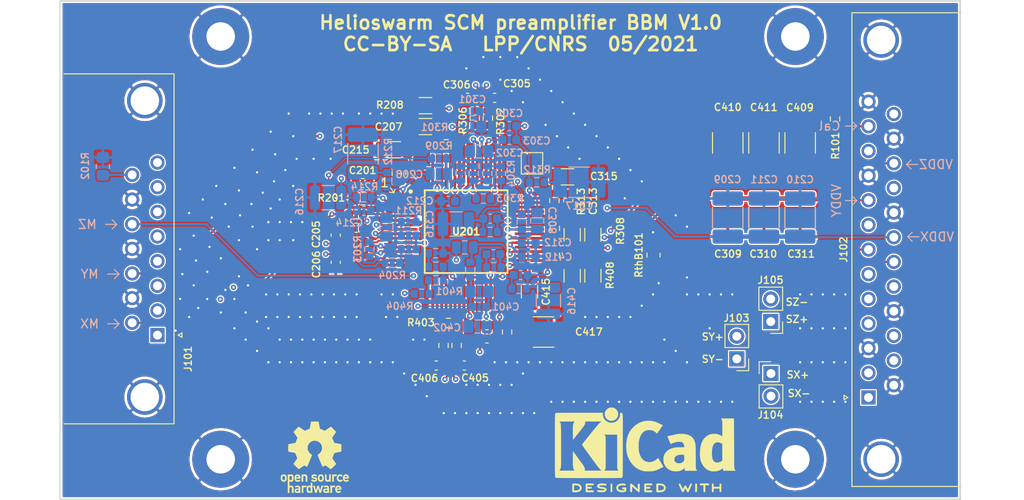
<source format=kicad_pcb>
(kicad_pcb (version 20171130) (host pcbnew 5.1.10)
  (layers (0 F.Cu signal) (1 In1.Cu signal) (2 In2.Cu signal) (31 B.Cu signal) (34 B.Paste user) (35 F.Paste user) (36 B.SilkS user) (37 F.SilkS user) (38 B.Mask user) (39 F.Mask user) (44 Edge.Cuts user))
  (net 0 "")
  (net 1 GND)
  (net 2 /M_X)
  (net 3 /CR_X)
  (net 4 /M_Y)
  (net 5 /M_Z)
  (net 6 /CAL)
  (net 7 /ASIC_X_Channel/In2P)
  (net 8 "Net-(C207-Pad2)")
  (net 9 /ASIC_Y_Channel/In2P)
  (net 10 /ASIC_Z_Channel/In2P)
  (net 11 "Net-(R204-Pad1)")
  (net 12 "Net-(R207-Pad2)")
  (net 13 /ASIC_X_Channel/In1N)
  (net 14 /ASIC_Y_Channel/In1N)
  (net 15 /ASIC_Z_Channel/In1N)
  (net 16 /SCM_X)
  (net 17 /SX+)
  (net 18 /SX-)
  (net 19 "Net-(C207-Pad1)")
  (net 20 "Net-(C208-Pad1)")
  (net 21 "Net-(C213-Pad2)")
  (net 22 "Net-(C213-Pad1)")
  (net 23 "Net-(C214-Pad2)")
  (net 24 /SCM_Y)
  (net 25 "Net-(C307-Pad1)")
  (net 26 "Net-(C308-Pad1)")
  (net 27 "Net-(C313-Pad2)")
  (net 28 "Net-(C313-Pad1)")
  (net 29 "Net-(C314-Pad2)")
  (net 30 /SCM_Z)
  (net 31 "Net-(C407-Pad1)")
  (net 32 "Net-(C408-Pad1)")
  (net 33 "Net-(C413-Pad2)")
  (net 34 "Net-(C413-Pad1)")
  (net 35 "Net-(C414-Pad2)")
  (net 36 /VDD_Y)
  (net 37 /VDD_X)
  (net 38 /VDD_Z)
  (net 39 "Net-(R202-Pad2)")
  (net 40 "Net-(R203-Pad2)")
  (net 41 "Net-(R203-Pad1)")
  (net 42 "Net-(R205-Pad1)")
  (net 43 "Net-(R206-Pad2)")
  (net 44 "Net-(R210-Pad1)")
  (net 45 "Net-(R302-Pad2)")
  (net 46 "Net-(R303-Pad2)")
  (net 47 "Net-(R303-Pad1)")
  (net 48 "Net-(R305-Pad1)")
  (net 49 "Net-(R306-Pad2)")
  (net 50 "Net-(R310-Pad1)")
  (net 51 "Net-(R402-Pad2)")
  (net 52 "Net-(R403-Pad2)")
  (net 53 "Net-(R403-Pad1)")
  (net 54 "Net-(R405-Pad1)")
  (net 55 "Net-(R406-Pad2)")
  (net 56 "Net-(R410-Pad1)")
  (net 57 /Chassis)
  (net 58 /PCB_TEMP_SENSOR_2)
  (net 59 /PCB_TEMP_SENSOR_1)
  (net 60 /ASIC_X_Channel/VDD)
  (net 61 "Net-(C217-Pad1)")
  (net 62 /ASIC_Y_Channel/VDD)
  (net 63 /ASIC_Z_Channel/VDD)
  (net 64 /CR_Y)
  (net 65 /SY+)
  (net 66 /SY-)
  (net 67 "Net-(C307-Pad2)")
  (net 68 "Net-(C317-Pad1)")
  (net 69 /CR_Z)
  (net 70 /SZ+)
  (net 71 /SZ-)
  (net 72 "Net-(C407-Pad2)")
  (net 73 "Net-(C417-Pad1)")
  (net 74 /SCM_TEMP_SENSOR_2)
  (net 75 /SCM_TEMP_SENSOR_1)
  (net 76 "Net-(R304-Pad1)")
  (net 77 "Net-(R307-Pad2)")
  (net 78 "Net-(R404-Pad1)")
  (net 79 "Net-(R407-Pad2)")
  (net 80 /CAL_Shield)
  (net 81 /PWR_Shield_Y)
  (net 82 /PWR_Shield_Z)
  (net 83 /PWR_Shield_X)
  (module Symbol:KiCad-Logo2_8mm_SilkScreen (layer F.Cu) (at 175.641 110.617)
    (fp_text reference LOGO1 hide)
    (fp_text value Logo_Open_Hardware_Small hide)
  )
  (module Symbol:OSHW-Logo_7.5x8mm_SilkScreen (layer F.Cu) (at 138.557 112.268)
    (fp_text reference LOGO2 hide)
    (fp_text value Logo_Open_Hardware_Small hide)
  )
  (module MountingHole:MountingHole_3.2mm_M3_Pad (layer F.Cu) (at 192.5 65)
    (fp_text reference H104 hide)
    (fp_text value MountingHole_Pad)
    (pad 1 thru_hole circle (at 0 0) (size 6.4 6.4) (drill 3.2) (layers *.Cu *.Mask) (net 1 GND))
  )
  (module MountingHole:MountingHole_3.2mm_M3_Pad (layer F.Cu) (at 192.5 112.5)
    (fp_text reference H103 hide)
    (fp_text value MountingHole_Pad)
    (pad 1 thru_hole circle (at 0 0) (size 6.4 6.4) (drill 3.2) (layers *.Cu *.Mask) (net 1 GND))
  )
  (module MountingHole:MountingHole_3.2mm_M3_Pad (layer F.Cu) (at 128 65)
    (fp_text reference H102 hide)
    (fp_text value MountingHole_Pad)
    (pad 1 thru_hole circle (at 0 0) (size 6.4 6.4) (drill 3.2) (layers *.Cu *.Mask) (net 1 GND))
  )
  (module MountingHole:MountingHole_3.2mm_M3_Pad (layer F.Cu) (at 128 112.5)
    (fp_text reference H101 hide)
    (fp_text value MountingHole_Pad)
    (pad 1 thru_hole circle (at 0 0) (size 6.4 6.4) (drill 3.2) (layers *.Cu *.Mask) (net 1 GND))
  )
  (module Connector_Dsub:DSUB-15_Female_Horizontal_P2.77x2.84mm_EdgePinOffset7.70mm_Housed_MountingHolesOffset9.12mm (layer F.Cu) (at 120.904 98.552 270)
    (fp_text reference J101 (at 2.6797 -3.429 90) (layer F.SilkS) (effects (font (size 0.8 0.8))))
    (fp_text value DB15_Female_MountingHoles)
    (pad 0 thru_hole circle (at 6.955 1.42 270) (size 4 4) (drill 3.2) (layers *.Cu *.Mask) (net 1 GND))
    (pad 0 thru_hole circle (at -26.345 1.42 270) (size 4 4) (drill 3.2) (layers *.Cu *.Mask) (net 1 GND))
    (pad 15 thru_hole circle (at -18.005 2.84 270) (size 1.6 1.6) (drill 1) (layers *.Cu *.Mask) (net 57 /Chassis))
    (pad 14 thru_hole circle (at -15.235 2.84 270) (size 1.6 1.6) (drill 1) (layers *.Cu *.Mask) (net 1 GND))
    (pad 13 thru_hole circle (at -12.465 2.84 270) (size 1.6 1.6) (drill 1) (layers *.Cu *.Mask) (net 5 /M_Z))
    (pad 12 thru_hole circle (at -9.695 2.84 270) (size 1.6 1.6) (drill 1) (layers *.Cu *.Mask) (net 1 GND))
    (pad 11 thru_hole circle (at -6.925 2.84 270) (size 1.6 1.6) (drill 1) (layers *.Cu *.Mask) (net 4 /M_Y))
    (pad 10 thru_hole circle (at -4.155 2.84 270) (size 1.6 1.6) (drill 1) (layers *.Cu *.Mask) (net 1 GND))
    (pad 9 thru_hole circle (at -1.385 2.84 270) (size 1.6 1.6) (drill 1) (layers *.Cu *.Mask) (net 2 /M_X))
    (pad 8 thru_hole circle (at -19.39 0 270) (size 1.6 1.6) (drill 1) (layers *.Cu *.Mask) (net 74 /SCM_TEMP_SENSOR_2))
    (pad 7 thru_hole circle (at -16.62 0 270) (size 1.6 1.6) (drill 1) (layers *.Cu *.Mask) (net 75 /SCM_TEMP_SENSOR_1))
    (pad 6 thru_hole circle (at -13.85 0 270) (size 1.6 1.6) (drill 1) (layers *.Cu *.Mask) (net 69 /CR_Z))
    (pad 5 thru_hole circle (at -11.08 0 270) (size 1.6 1.6) (drill 1) (layers *.Cu *.Mask) (net 30 /SCM_Z))
    (pad 4 thru_hole circle (at -8.31 0 270) (size 1.6 1.6) (drill 1) (layers *.Cu *.Mask) (net 64 /CR_Y))
    (pad 3 thru_hole circle (at -5.54 0 270) (size 1.6 1.6) (drill 1) (layers *.Cu *.Mask) (net 24 /SCM_Y))
    (pad 2 thru_hole circle (at -2.77 0 270) (size 1.6 1.6) (drill 1) (layers *.Cu *.Mask) (net 3 /CR_X))
    (pad 1 thru_hole rect (at 0 0 270) (size 1.6 1.6) (drill 1) (layers *.Cu *.Mask) (net 16 /SCM_X))
  )
  (module Connector_PinHeader_2.54mm:PinHeader_1x02_P2.54mm_Vertical (layer F.Cu) (at 189.738 97.028 180)
    (fp_text reference J105 (at 0.0254 4.6609) (layer F.SilkS) (effects (font (size 0.8 0.8))))
    (fp_text value Conn_01x02)
    (pad 2 thru_hole oval (at 0 2.54 180) (size 1.7 1.7) (drill 1) (layers *.Cu *.Mask) (net 71 /SZ-))
    (pad 1 thru_hole rect (at 0 0 180) (size 1.7 1.7) (drill 1) (layers *.Cu *.Mask) (net 70 /SZ+))
  )
  (module Connector_PinHeader_2.54mm:PinHeader_1x02_P2.54mm_Vertical (layer F.Cu) (at 189.7634 102.87)
    (fp_text reference J104 (at -0.0635 4.6482 180) (layer F.SilkS) (effects (font (size 0.8 0.8))))
    (fp_text value Conn_01x02)
    (pad 2 thru_hole oval (at 0 2.54) (size 1.7 1.7) (drill 1) (layers *.Cu *.Mask) (net 18 /SX-))
    (pad 1 thru_hole rect (at 0 0) (size 1.7 1.7) (drill 1) (layers *.Cu *.Mask) (net 17 /SX+))
  )
  (module Connector_PinHeader_2.54mm:PinHeader_1x02_P2.54mm_Vertical (layer F.Cu) (at 185.928 101.219 180)
    (fp_text reference J103 (at 0.0381 4.5847) (layer F.SilkS) (effects (font (size 0.8 0.8))))
    (fp_text value Conn_01x02)
    (pad 2 thru_hole oval (at 0 2.54 180) (size 1.7 1.7) (drill 1) (layers *.Cu *.Mask) (net 66 /SY-))
    (pad 1 thru_hole rect (at 0 0 180) (size 1.7 1.7) (drill 1) (layers *.Cu *.Mask) (net 65 /SY+))
  )
  (module Connector_Dsub:DSUB-25_Male_Horizontal_P2.77x2.84mm_EdgePinOffset7.70mm_Housed_MountingHolesOffset9.12mm (layer F.Cu) (at 200.7108 105.5624 90)
    (fp_text reference J102 (at 16.62 -2.8 90) (layer F.SilkS) (effects (font (size 0.8 0.8))))
    (fp_text value DB25_Female_MountingHoles)
    (pad 0 thru_hole circle (at 40.17 1.42 90) (size 4 4) (drill 3.2) (layers *.Cu *.Mask) (net 1 GND))
    (pad 0 thru_hole circle (at -6.93 1.42 90) (size 4 4) (drill 3.2) (layers *.Cu *.Mask) (net 1 GND))
    (pad 25 thru_hole circle (at 31.855 2.84 90) (size 1.6 1.6) (drill 1) (layers *.Cu *.Mask) (net 80 /CAL_Shield))
    (pad 24 thru_hole circle (at 29.085 2.84 90) (size 1.6 1.6) (drill 1) (layers *.Cu *.Mask) (net 1 GND))
    (pad 23 thru_hole circle (at 26.315 2.84 90) (size 1.6 1.6) (drill 1) (layers *.Cu *.Mask) (net 38 /VDD_Z))
    (pad 22 thru_hole circle (at 23.545 2.84 90) (size 1.6 1.6) (drill 1) (layers *.Cu *.Mask) (net 81 /PWR_Shield_Y))
    (pad 21 thru_hole circle (at 20.775 2.84 90) (size 1.6 1.6) (drill 1) (layers *.Cu *.Mask) (net 1 GND))
    (pad 20 thru_hole circle (at 18.005 2.84 90) (size 1.6 1.6) (drill 1) (layers *.Cu *.Mask) (net 37 /VDD_X))
    (pad 19 thru_hole circle (at 15.235 2.84 90) (size 1.6 1.6) (drill 1) (layers *.Cu *.Mask) (net 59 /PCB_TEMP_SENSOR_1))
    (pad 18 thru_hole circle (at 12.465 2.84 90) (size 1.6 1.6) (drill 1) (layers *.Cu *.Mask) (net 75 /SCM_TEMP_SENSOR_1))
    (pad 17 thru_hole circle (at 9.695 2.84 90) (size 1.6 1.6) (drill 1) (layers *.Cu *.Mask) (net 1 GND))
    (pad 16 thru_hole circle (at 6.925 2.84 90) (size 1.6 1.6) (drill 1) (layers *.Cu *.Mask) (net 66 /SY-))
    (pad 15 thru_hole circle (at 4.155 2.84 90) (size 1.6 1.6) (drill 1) (layers *.Cu *.Mask) (net 65 /SY+))
    (pad 14 thru_hole circle (at 1.385 2.84 90) (size 1.6 1.6) (drill 1) (layers *.Cu *.Mask) (net 1 GND))
    (pad 13 thru_hole circle (at 33.24 0 90) (size 1.6 1.6) (drill 1) (layers *.Cu *.Mask) (net 1 GND))
    (pad 12 thru_hole circle (at 30.47 0 90) (size 1.6 1.6) (drill 1) (layers *.Cu *.Mask) (net 6 /CAL))
    (pad 11 thru_hole circle (at 27.7 0 90) (size 1.6 1.6) (drill 1) (layers *.Cu *.Mask) (net 82 /PWR_Shield_Z))
    (pad 10 thru_hole circle (at 24.93 0 90) (size 1.6 1.6) (drill 1) (layers *.Cu *.Mask) (net 1 GND))
    (pad 9 thru_hole circle (at 22.16 0 90) (size 1.6 1.6) (drill 1) (layers *.Cu *.Mask) (net 36 /VDD_Y))
    (pad 8 thru_hole circle (at 19.39 0 90) (size 1.6 1.6) (drill 1) (layers *.Cu *.Mask) (net 83 /PWR_Shield_X))
    (pad 7 thru_hole circle (at 16.62 0 90) (size 1.6 1.6) (drill 1) (layers *.Cu *.Mask) (net 58 /PCB_TEMP_SENSOR_2))
    (pad 6 thru_hole circle (at 13.85 0 90) (size 1.6 1.6) (drill 1) (layers *.Cu *.Mask) (net 74 /SCM_TEMP_SENSOR_2))
    (pad 5 thru_hole circle (at 11.08 0 90) (size 1.6 1.6) (drill 1) (layers *.Cu *.Mask) (net 71 /SZ-))
    (pad 4 thru_hole circle (at 8.31 0 90) (size 1.6 1.6) (drill 1) (layers *.Cu *.Mask) (net 70 /SZ+))
    (pad 3 thru_hole circle (at 5.54 0 90) (size 1.6 1.6) (drill 1) (layers *.Cu *.Mask) (net 1 GND))
    (pad 2 thru_hole circle (at 2.77 0 90) (size 1.6 1.6) (drill 1) (layers *.Cu *.Mask) (net 17 /SX+))
    (pad 1 thru_hole rect (at 0 0 90) (size 1.6 1.6) (drill 1) (layers *.Cu *.Mask) (net 18 /SX-))
  )
  (module Resistor_SMD:R_0603_1608Metric (layer F.Cu) (at 165.5064 86.5505 90)
    (fp_text reference R310 hide)
    (fp_text value 24,9k)
    (pad 2 smd roundrect (at 0.825 0 90) (size 0.8 0.95) (layers F.Cu F.Paste F.Mask) (net 25 "Net-(C307-Pad1)"))
    (pad 1 smd roundrect (at -0.825 0 90) (size 0.8 0.95) (layers F.Cu F.Paste F.Mask) (net 50 "Net-(R310-Pad1)"))
  )
  (module Resistor_SMD:R_0603_1608Metric (layer B.Cu) (at 161.4932 93.345 180)
    (fp_text reference R414 hide)
    (fp_text value 44,2k)
    (pad 2 smd roundrect (at 0.825 0 180) (size 0.8 0.95) (layers B.Cu B.Paste B.Mask) (net 35 "Net-(C414-Pad2)"))
    (pad 1 smd roundrect (at -0.825 0 180) (size 0.8 0.95) (layers B.Cu B.Paste B.Mask) (net 63 /ASIC_Z_Channel/VDD))
  )
  (module Resistor_SMD:R_0603_1608Metric (layer B.Cu) (at 158.6484 90.932 180)
    (fp_text reference R413 hide)
    (fp_text value 22,1k)
    (pad 2 smd roundrect (at 0.825 0 180) (size 0.8 0.95) (layers B.Cu B.Paste B.Mask) (net 33 "Net-(C413-Pad2)"))
    (pad 1 smd roundrect (at -0.825 0 180) (size 0.8 0.95) (layers B.Cu B.Paste B.Mask) (net 34 "Net-(C413-Pad1)"))
  )
  (module Resistor_SMD:R_0603_1608Metric (layer F.Cu) (at 160.147 98.1964 270)
    (fp_text reference R412 hide)
    (fp_text value 400)
    (pad 2 smd roundrect (at 0.825 0 270) (size 0.8 0.95) (layers F.Cu F.Paste F.Mask) (net 73 "Net-(C417-Pad1)"))
    (pad 1 smd roundrect (at -0.825 0 270) (size 0.8 0.95) (layers F.Cu F.Paste F.Mask) (net 5 /M_Z))
  )
  (module Resistor_SMD:R_0603_1608Metric (layer B.Cu) (at 152.146 89.3445)
    (fp_text reference R411 hide)
    (fp_text value 49,9k)
    (pad 2 smd roundrect (at 0.825 0) (size 0.8 0.95) (layers B.Cu B.Paste B.Mask) (net 1 GND))
    (pad 1 smd roundrect (at -0.825 0) (size 0.8 0.95) (layers B.Cu B.Paste B.Mask) (net 79 "Net-(R407-Pad2)"))
  )
  (module Resistor_SMD:R_0603_1608Metric (layer F.Cu) (at 165.5064 89.5604 270)
    (fp_text reference R410 hide)
    (fp_text value 24,9k)
    (pad 2 smd roundrect (at 0.825 0 270) (size 0.8 0.95) (layers F.Cu F.Paste F.Mask) (net 31 "Net-(C407-Pad1)"))
    (pad 1 smd roundrect (at -0.825 0 270) (size 0.8 0.95) (layers F.Cu F.Paste F.Mask) (net 56 "Net-(R410-Pad1)"))
  )
  (module Resistor_SMD:R_0603_1608Metric (layer B.Cu) (at 156.0068 91.186 270)
    (fp_text reference R409 hide)
    (fp_text value 42,2k)
    (pad 2 smd roundrect (at 0.825 0 270) (size 0.8 0.95) (layers B.Cu B.Paste B.Mask) (net 69 /CR_Z))
    (pad 1 smd roundrect (at -0.825 0 270) (size 0.8 0.95) (layers B.Cu B.Paste B.Mask) (net 32 "Net-(C408-Pad1)"))
  )
  (module Resistor_SMD:R_1206_3216Metric (layer F.Cu) (at 169.7736 91.8845 90)
    (fp_text reference R408 (at 0.0508 1.9177 90) (layer F.SilkS) (effects (font (size 0.8 0.8))))
    (fp_text value 750k)
    (pad 2 smd roundrect (at 1.4625 0 90) (size 1.125 1.75) (layers F.Cu F.Paste F.Mask) (roundrect_rratio 0.222222) (net 6 /CAL))
    (pad 1 smd roundrect (at -1.4625 0 90) (size 1.125 1.75) (layers F.Cu F.Paste F.Mask) (roundrect_rratio 0.222222) (net 72 "Net-(C407-Pad2)"))
  )
  (module Resistor_SMD:R_0603_1608Metric (layer B.Cu) (at 152.146 90.8685 180)
    (fp_text reference R407 hide)
    (fp_text value TBD)
    (pad 2 smd roundrect (at 0.825 0 180) (size 0.8 0.95) (layers B.Cu B.Paste B.Mask) (net 79 "Net-(R407-Pad2)"))
    (pad 1 smd roundrect (at -0.825 0 180) (size 0.8 0.95) (layers B.Cu B.Paste B.Mask) (net 54 "Net-(R405-Pad1)"))
  )
  (module Resistor_SMD:R_0603_1608Metric (layer F.Cu) (at 153.0096 99.7204 90)
    (fp_text reference R406 hide)
    (fp_text value 49,9)
    (pad 2 smd roundrect (at 0.825 0 90) (size 0.8 0.95) (layers F.Cu F.Paste F.Mask) (net 55 "Net-(R406-Pad2)"))
    (pad 1 smd roundrect (at -0.825 0 90) (size 0.8 0.95) (layers F.Cu F.Paste F.Mask) (net 71 /SZ-))
  )
  (module Resistor_SMD:R_0603_1608Metric (layer B.Cu) (at 152.146 92.3925 180)
    (fp_text reference R405 hide)
    (fp_text value TBD)
    (pad 2 smd roundrect (at 0.825 0 180) (size 0.8 0.95) (layers B.Cu B.Paste B.Mask) (net 78 "Net-(R404-Pad1)"))
    (pad 1 smd roundrect (at -0.825 0 180) (size 0.8 0.95) (layers B.Cu B.Paste B.Mask) (net 54 "Net-(R405-Pad1)"))
  )
  (module Resistor_SMD:R_0603_1608Metric (layer B.Cu) (at 150.5585 93.9165 180)
    (fp_text reference R404 (at 2.4638 -1.3843) (layer B.SilkS) (effects (font (size 0.8 0.8)) (justify mirror)))
    (fp_text value 49,9k)
    (pad 2 smd roundrect (at 0.825 0 180) (size 0.8 0.95) (layers B.Cu B.Paste B.Mask) (net 63 /ASIC_Z_Channel/VDD))
    (pad 1 smd roundrect (at -0.825 0 180) (size 0.8 0.95) (layers B.Cu B.Paste B.Mask) (net 78 "Net-(R404-Pad1)"))
  )
  (module Resistor_SMD:R_0603_1608Metric (layer F.Cu) (at 153.5562 97.1804)
    (fp_text reference R403 (at -3.0866 -0.0381) (layer F.SilkS) (effects (font (size 0.8 0.8))))
    (fp_text value 7,68k)
    (pad 2 smd roundrect (at 0.825 0) (size 0.8 0.95) (layers F.Cu F.Paste F.Mask) (net 52 "Net-(R403-Pad2)"))
    (pad 1 smd roundrect (at -0.825 0) (size 0.8 0.95) (layers F.Cu F.Paste F.Mask) (net 53 "Net-(R403-Pad1)"))
  )
  (module Resistor_SMD:R_0603_1608Metric (layer F.Cu) (at 154.4828 99.7204 90)
    (fp_text reference R402 hide)
    (fp_text value 49,9)
    (pad 2 smd roundrect (at 0.825 0 90) (size 0.8 0.95) (layers F.Cu F.Paste F.Mask) (net 51 "Net-(R402-Pad2)"))
    (pad 1 smd roundrect (at -0.825 0 90) (size 0.8 0.95) (layers F.Cu F.Paste F.Mask) (net 70 /SZ+))
  )
  (module Resistor_SMD:R_0805_2012Metric_Pad1.20x1.40mm_HandSolder (layer B.Cu) (at 157.0228 93.6625 180)
    (fp_text reference R401 (at 3.3782 0.0254) (layer B.SilkS) (effects (font (size 0.8 0.8)) (justify mirror)))
    (fp_text value 150k)
    (pad 2 smd roundrect (at 1 0 180) (size 1.2 1.4) (layers B.Cu B.Paste B.Mask) (roundrect_rratio 0.208333) (net 69 /CR_Z))
    (pad 1 smd roundrect (at -1 0 180) (size 1.2 1.4) (layers B.Cu B.Paste B.Mask) (roundrect_rratio 0.208333) (net 10 /ASIC_Z_Channel/In2P))
  )
  (module Capacitor_SMD:C_1812_4532Metric_Pad1.57x3.40mm_HandSolder (layer F.Cu) (at 164.2364 98.1964)
    (fp_text reference C417 (at 5.0927 -0.0127) (layer F.SilkS) (effects (font (size 0.8 0.8))))
    (fp_text value 470n)
    (pad 2 smd roundrect (at 2.1375 0) (size 1.575 3.4) (layers F.Cu F.Paste F.Mask) (roundrect_rratio 0.15873) (net 1 GND))
    (pad 1 smd roundrect (at -2.1375 0) (size 1.575 3.4) (layers F.Cu F.Paste F.Mask) (roundrect_rratio 0.15873) (net 73 "Net-(C417-Pad1)"))
  )
  (module Capacitor_SMD:C_1210_3225Metric (layer B.Cu) (at 164.7825 94.6912 270)
    (fp_text reference C416 (at 0.0254 -2.6035 270) (layer B.SilkS) (effects (font (size 0.8 0.8)) (justify mirror)))
    (fp_text value 470nF)
    (pad 2 smd roundrect (at 1.475 0 270) (size 1.15 2.7) (layers B.Cu B.Paste B.Mask) (roundrect_rratio 0.217391) (net 1 GND))
    (pad 1 smd roundrect (at -1.475 0 270) (size 1.15 2.7) (layers B.Cu B.Paste B.Mask) (roundrect_rratio 0.217391) (net 63 /ASIC_Z_Channel/VDD))
  )
  (module Capacitor_SMD:C_1206_3216Metric (layer F.Cu) (at 162.6616 93.6752 270)
    (fp_text reference C415 (at 0 -1.85 270) (layer F.SilkS) (effects (font (size 0.8 0.8))))
    (fp_text value 220n)
    (pad 2 smd roundrect (at 1.475 0 270) (size 1.15 1.8) (layers F.Cu F.Paste F.Mask) (roundrect_rratio 0.217391) (net 1 GND))
    (pad 1 smd roundrect (at -1.475 0 270) (size 1.15 1.8) (layers F.Cu F.Paste F.Mask) (roundrect_rratio 0.217391) (net 34 "Net-(C413-Pad1)"))
  )
  (module Capacitor_SMD:C_0603_1608Metric (layer B.Cu) (at 161.671 91.7956 180)
    (fp_text reference C414 hide)
    (fp_text value 221p)
    (pad 2 smd roundrect (at 0.775 0 180) (size 0.9 0.95) (layers B.Cu B.Paste B.Mask) (net 35 "Net-(C414-Pad2)"))
    (pad 1 smd roundrect (at -0.775 0 180) (size 0.9 0.95) (layers B.Cu B.Paste B.Mask) (net 63 /ASIC_Z_Channel/VDD))
  )
  (module Capacitor_SMD:C_0603_1608Metric (layer B.Cu) (at 158.5976 89.4715 180)
    (fp_text reference C413 hide)
    (fp_text value 221p)
    (pad 2 smd roundrect (at 0.775 0 180) (size 0.9 0.95) (layers B.Cu B.Paste B.Mask) (net 33 "Net-(C413-Pad2)"))
    (pad 1 smd roundrect (at -0.775 0 180) (size 0.9 0.95) (layers B.Cu B.Paste B.Mask) (net 34 "Net-(C413-Pad1)"))
  )
  (module Capacitor_SMD:C_0603_1608Metric (layer B.Cu) (at 162.5727 89.7255)
    (fp_text reference C412 (at 3.3401 0.0508) (layer B.SilkS) (effects (font (size 0.8 0.8)) (justify mirror)))
    (fp_text value 1n)
    (pad 2 smd roundrect (at 0.775 0) (size 0.9 0.95) (layers B.Cu B.Paste B.Mask) (net 1 GND))
    (pad 1 smd roundrect (at -0.775 0) (size 0.9 0.95) (layers B.Cu B.Paste B.Mask) (net 38 /VDD_Z))
  )
  (module Capacitor_SMD:C_1812_4532Metric_Pad1.57x3.40mm_HandSolder (layer F.Cu) (at 188.976 76.962 90)
    (fp_text reference C411 (at 4.0005 -0.0127 180) (layer F.SilkS) (effects (font (size 0.8 0.8))))
    (fp_text value 680n)
    (pad 2 smd roundrect (at 2.1375 0 90) (size 1.575 3.4) (layers F.Cu F.Paste F.Mask) (roundrect_rratio 0.15873) (net 1 GND))
    (pad 1 smd roundrect (at -2.1375 0 90) (size 1.575 3.4) (layers F.Cu F.Paste F.Mask) (roundrect_rratio 0.15873) (net 38 /VDD_Z))
  )
  (module Capacitor_SMD:C_1812_4532Metric_Pad1.57x3.40mm_HandSolder (layer F.Cu) (at 184.912 76.962 90)
    (fp_text reference C410 (at 4.0132 0) (layer F.SilkS) (effects (font (size 0.8 0.8))))
    (fp_text value 680n)
    (pad 2 smd roundrect (at 2.1375 0 90) (size 1.575 3.4) (layers F.Cu F.Paste F.Mask) (roundrect_rratio 0.15873) (net 1 GND))
    (pad 1 smd roundrect (at -2.1375 0 90) (size 1.575 3.4) (layers F.Cu F.Paste F.Mask) (roundrect_rratio 0.15873) (net 38 /VDD_Z))
  )
  (module Capacitor_SMD:C_1812_4532Metric_Pad1.57x3.40mm_HandSolder (layer F.Cu) (at 193.04 76.962 90)
    (fp_text reference C409 (at 3.9751 -0.0254) (layer F.SilkS) (effects (font (size 0.8 0.8))))
    (fp_text value 680n)
    (pad 2 smd roundrect (at 2.1375 0 90) (size 1.575 3.4) (layers F.Cu F.Paste F.Mask) (roundrect_rratio 0.15873) (net 1 GND))
    (pad 1 smd roundrect (at -2.1375 0 90) (size 1.575 3.4) (layers F.Cu F.Paste F.Mask) (roundrect_rratio 0.15873) (net 38 /VDD_Z))
  )
  (module Capacitor_SMD:C_0805_2012Metric (layer B.Cu) (at 155.3972 88.6968 180)
    (fp_text reference C408 hide)
    (fp_text value *)
    (pad 2 smd roundrect (at 0.95 0 180) (size 1 1.45) (layers B.Cu B.Paste B.Mask) (net 5 /M_Z))
    (pad 1 smd roundrect (at -0.95 0 180) (size 1 1.45) (layers B.Cu B.Paste B.Mask) (net 32 "Net-(C408-Pad1)"))
  )
  (module Capacitor_SMD:C_1206_3216Metric (layer F.Cu) (at 167.4495 91.8845 270)
    (fp_text reference C407 hide)
    (fp_text value 220n)
    (pad 2 smd roundrect (at 1.475 0 270) (size 1.15 1.8) (layers F.Cu F.Paste F.Mask) (roundrect_rratio 0.217391) (net 72 "Net-(C407-Pad2)"))
    (pad 1 smd roundrect (at -1.475 0 270) (size 1.15 1.8) (layers F.Cu F.Paste F.Mask) (roundrect_rratio 0.217391) (net 31 "Net-(C407-Pad1)"))
  )
  (module Capacitor_SMD:C_0603_1608Metric (layer F.Cu) (at 152.1968 101.9683)
    (fp_text reference C406 (at -1.3208 1.4224) (layer F.SilkS) (effects (font (size 0.8 0.8))))
    (fp_text value *)
    (pad 2 smd roundrect (at 0.775 0) (size 0.9 0.95) (layers F.Cu F.Paste F.Mask) (net 71 /SZ-))
    (pad 1 smd roundrect (at -0.775 0) (size 0.9 0.95) (layers F.Cu F.Paste F.Mask) (net 1 GND))
  )
  (module Capacitor_SMD:C_0603_1608Metric (layer F.Cu) (at 155.3464 101.9683)
    (fp_text reference C405 (at 1.2065 1.397) (layer F.SilkS) (effects (font (size 0.8 0.8))))
    (fp_text value *)
    (pad 2 smd roundrect (at 0.775 0) (size 0.9 0.95) (layers F.Cu F.Paste F.Mask) (net 1 GND))
    (pad 1 smd roundrect (at -0.775 0) (size 0.9 0.95) (layers F.Cu F.Paste F.Mask) (net 70 /SZ+))
  )
  (module Capacitor_SMD:C_0603_1608Metric (layer F.Cu) (at 157.8864 97.4344 180)
    (fp_text reference C404 hide)
    (fp_text value *)
    (pad 2 smd roundrect (at 0.775 0 180) (size 0.9 0.95) (layers F.Cu F.Paste F.Mask) (net 30 /SCM_Z))
    (pad 1 smd roundrect (at -0.775 0 180) (size 0.9 0.95) (layers F.Cu F.Paste F.Mask) (net 5 /M_Z))
  )
  (module Capacitor_SMD:C_0603_1608Metric (layer F.Cu) (at 157.8864 98.933 180)
    (fp_text reference C403 hide)
    (fp_text value *)
    (pad 1 smd roundrect (at -0.775 0 180) (size 0.9 0.95) (layers F.Cu F.Paste F.Mask) (net 5 /M_Z))
    (pad 2 smd roundrect (at 0.775 0 180) (size 0.9 0.95) (layers F.Cu F.Paste F.Mask) (net 30 /SCM_Z))
  )
  (module Capacitor_SMD:C_0805_2012Metric_Pad1.18x1.45mm_HandSolder (layer B.Cu) (at 156.8196 97.5868)
    (fp_text reference C402 (at -3.4036 0.127) (layer B.SilkS) (effects (font (size 0.8 0.8)) (justify mirror)))
    (fp_text value *)
    (pad 2 smd roundrect (at 1.0375 0) (size 1.175 1.45) (layers B.Cu B.Paste B.Mask) (roundrect_rratio 0.212766) (net 10 /ASIC_Z_Channel/In2P))
    (pad 1 smd roundrect (at -1.0375 0) (size 1.175 1.45) (layers B.Cu B.Paste B.Mask) (roundrect_rratio 0.212766) (net 15 /ASIC_Z_Channel/In1N))
  )
  (module Capacitor_SMD:C_0603_1608Metric (layer B.Cu) (at 157.0228 95.377)
    (fp_text reference C401 (at 2.9591 0) (layer B.SilkS) (effects (font (size 0.8 0.8)) (justify mirror)))
    (fp_text value *)
    (pad 2 smd roundrect (at 0.775 0) (size 0.9 0.95) (layers B.Cu B.Paste B.Mask) (net 10 /ASIC_Z_Channel/In2P))
    (pad 1 smd roundrect (at -0.775 0) (size 0.9 0.95) (layers B.Cu B.Paste B.Mask) (net 69 /CR_Z))
  )
  (module Capacitor_SMD:C_0805_2012Metric_Pad1.18x1.45mm_HandSolder (layer B.Cu) (at 146.6088 86.4108 90)
    (fp_text reference C202 hide)
    (fp_text value *)
    (pad 2 smd roundrect (at 1.0375 0 90) (size 1.175 1.45) (layers B.Cu B.Paste B.Mask) (roundrect_rratio 0.212766) (net 7 /ASIC_X_Channel/In2P))
    (pad 1 smd roundrect (at -1.0375 0 90) (size 1.175 1.45) (layers B.Cu B.Paste B.Mask) (roundrect_rratio 0.212766) (net 13 /ASIC_X_Channel/In1N))
  )
  (module Resistor_SMD:R_0603_1608Metric (layer B.Cu) (at 158.242 86.9696)
    (fp_text reference R314 hide)
    (fp_text value 44,2k)
    (pad 2 smd roundrect (at 0.825 0) (size 0.8 0.95) (layers B.Cu B.Paste B.Mask) (net 29 "Net-(C314-Pad2)"))
    (pad 1 smd roundrect (at -0.825 0) (size 0.8 0.95) (layers B.Cu B.Paste B.Mask) (net 62 /ASIC_Y_Channel/VDD))
  )
  (module Resistor_SMD:R_0603_1608Metric (layer F.Cu) (at 165.4556 83.439 270)
    (fp_text reference R313 (at 0.1143 -2.9972 90) (layer F.SilkS) (effects (font (size 0.8 0.8))))
    (fp_text value 22,1k)
    (pad 2 smd roundrect (at 0.825 0 270) (size 0.8 0.95) (layers F.Cu F.Paste F.Mask) (net 27 "Net-(C313-Pad2)"))
    (pad 1 smd roundrect (at -0.825 0 270) (size 0.8 0.95) (layers F.Cu F.Paste F.Mask) (net 28 "Net-(C313-Pad1)"))
  )
  (module Resistor_SMD:R_0603_1608Metric (layer B.Cu) (at 163.4744 81.3816)
    (fp_text reference R312 (at 0.0381 -1.4224) (layer B.SilkS) (effects (font (size 0.8 0.8)) (justify mirror)))
    (fp_text value 400)
    (pad 2 smd roundrect (at 0.825 0) (size 0.8 0.95) (layers B.Cu B.Paste B.Mask) (net 68 "Net-(C317-Pad1)"))
    (pad 1 smd roundrect (at -0.825 0) (size 0.8 0.95) (layers B.Cu B.Paste B.Mask) (net 4 /M_Y))
  )
  (module Resistor_SMD:R_0603_1608Metric (layer B.Cu) (at 154.94 80.391 270)
    (fp_text reference R311 hide)
    (fp_text value 49,9k)
    (pad 2 smd roundrect (at 0.825 0 270) (size 0.8 0.95) (layers B.Cu B.Paste B.Mask) (net 1 GND))
    (pad 1 smd roundrect (at -0.825 0 270) (size 0.8 0.95) (layers B.Cu B.Paste B.Mask) (net 77 "Net-(R307-Pad2)"))
  )
  (module Resistor_SMD:R_0603_1608Metric (layer B.Cu) (at 161.798 85.852 90)
    (fp_text reference R309 hide)
    (fp_text value 42,2k)
    (pad 2 smd roundrect (at 0.825 0 90) (size 0.8 0.95) (layers B.Cu B.Paste B.Mask) (net 64 /CR_Y))
    (pad 1 smd roundrect (at -0.825 0 90) (size 0.8 0.95) (layers B.Cu B.Paste B.Mask) (net 26 "Net-(C308-Pad1)"))
  )
  (module Resistor_SMD:R_1206_3216Metric (layer F.Cu) (at 169.7736 87.2744 270)
    (fp_text reference R308 (at -0.4191 -3.0861 90) (layer F.SilkS) (effects (font (size 0.8 0.8))))
    (fp_text value 750k)
    (pad 2 smd roundrect (at 1.4625 0 270) (size 1.125 1.75) (layers F.Cu F.Paste F.Mask) (roundrect_rratio 0.222222) (net 6 /CAL))
    (pad 1 smd roundrect (at -1.4625 0 270) (size 1.125 1.75) (layers F.Cu F.Paste F.Mask) (roundrect_rratio 0.222222) (net 67 "Net-(C307-Pad2)"))
  )
  (module Resistor_SMD:R_0603_1608Metric (layer B.Cu) (at 156.4005 80.391 90)
    (fp_text reference R307 hide)
    (fp_text value TBD)
    (pad 2 smd roundrect (at 0.825 0 90) (size 0.8 0.95) (layers B.Cu B.Paste B.Mask) (net 77 "Net-(R307-Pad2)"))
    (pad 1 smd roundrect (at -0.825 0 90) (size 0.8 0.95) (layers B.Cu B.Paste B.Mask) (net 48 "Net-(R305-Pad1)"))
  )
  (module Resistor_SMD:R_0603_1608Metric (layer F.Cu) (at 156.5148 74.168 270)
    (fp_text reference R306 (at 0.2667 1.3335 90) (layer F.SilkS) (effects (font (size 0.8 0.8))))
    (fp_text value 49,9)
    (pad 2 smd roundrect (at 0.825 0 270) (size 0.8 0.95) (layers F.Cu F.Paste F.Mask) (net 49 "Net-(R306-Pad2)"))
    (pad 1 smd roundrect (at -0.825 0 270) (size 0.8 0.95) (layers F.Cu F.Paste F.Mask) (net 66 /SY-))
  )
  (module Resistor_SMD:R_0603_1608Metric (layer B.Cu) (at 157.9245 80.391 90)
    (fp_text reference R305 hide)
    (fp_text value TBD)
    (pad 2 smd roundrect (at 0.825 0 90) (size 0.8 0.95) (layers B.Cu B.Paste B.Mask) (net 76 "Net-(R304-Pad1)"))
    (pad 1 smd roundrect (at -0.825 0 90) (size 0.8 0.95) (layers B.Cu B.Paste B.Mask) (net 48 "Net-(R305-Pad1)"))
  )
  (module Resistor_SMD:R_0603_1608Metric (layer B.Cu) (at 159.4485 80.391 270)
    (fp_text reference R304 (at 0.0127 -1.143 90) (layer B.SilkS) (effects (font (size 0.8 0.8)) (justify mirror)))
    (fp_text value 49,9k)
    (pad 2 smd roundrect (at 0.825 0 270) (size 0.8 0.95) (layers B.Cu B.Paste B.Mask) (net 62 /ASIC_Y_Channel/VDD))
    (pad 1 smd roundrect (at -0.825 0 270) (size 0.8 0.95) (layers B.Cu B.Paste B.Mask) (net 76 "Net-(R304-Pad1)"))
  )
  (module Resistor_SMD:R_0603_1608Metric (layer B.Cu) (at 157.48 83.2104 180)
    (fp_text reference R303 (at -3.0099 0.0254) (layer B.SilkS) (effects (font (size 0.8 0.8)) (justify mirror)))
    (fp_text value 7,68k)
    (pad 2 smd roundrect (at 0.825 0 180) (size 0.8 0.95) (layers B.Cu B.Paste B.Mask) (net 46 "Net-(R303-Pad2)"))
    (pad 1 smd roundrect (at -0.825 0 180) (size 0.8 0.95) (layers B.Cu B.Paste B.Mask) (net 47 "Net-(R303-Pad1)"))
  )
  (module Resistor_SMD:R_0603_1608Metric (layer F.Cu) (at 157.988 74.168 270)
    (fp_text reference R302 (at 0.3556 -1.43 90) (layer F.SilkS) (effects (font (size 0.8 0.8))))
    (fp_text value 49,9)
    (pad 2 smd roundrect (at 0.825 0 270) (size 0.8 0.95) (layers F.Cu F.Paste F.Mask) (net 45 "Net-(R302-Pad2)"))
    (pad 1 smd roundrect (at -0.825 0 270) (size 0.8 0.95) (layers F.Cu F.Paste F.Mask) (net 65 /SY+))
  )
  (module Resistor_SMD:R_0805_2012Metric_Pad1.20x1.40mm_HandSolder (layer B.Cu) (at 156.2608 75.1332 180)
    (fp_text reference R301 (at 4.2672 -0.0635 180) (layer B.SilkS) (effects (font (size 0.8 0.8)) (justify mirror)))
    (fp_text value 150k)
    (pad 2 smd roundrect (at 1 0 180) (size 1.2 1.4) (layers B.Cu B.Paste B.Mask) (roundrect_rratio 0.208333) (net 64 /CR_Y))
    (pad 1 smd roundrect (at -1 0 180) (size 1.2 1.4) (layers B.Cu B.Paste B.Mask) (roundrect_rratio 0.208333) (net 9 /ASIC_Y_Channel/In2P))
  )
  (module Capacitor_SMD:C_1812_4532Metric_Pad1.57x3.40mm_HandSolder (layer B.Cu) (at 168.2496 81.3816)
    (fp_text reference C317 (at 0 2.65) (layer B.SilkS) (effects (font (size 0.8 0.8)) (justify mirror)))
    (fp_text value 470n)
    (pad 2 smd roundrect (at 2.1375 0) (size 1.575 3.4) (layers B.Cu B.Paste B.Mask) (roundrect_rratio 0.15873) (net 1 GND))
    (pad 1 smd roundrect (at -2.1375 0) (size 1.575 3.4) (layers B.Cu B.Paste B.Mask) (roundrect_rratio 0.15873) (net 68 "Net-(C317-Pad1)"))
  )
  (module Capacitor_SMD:C_1210_3225Metric (layer B.Cu) (at 154.4066 86.0679 180)
    (fp_text reference C316 (at 2.9464 0 90) (layer B.SilkS) (effects (font (size 0.8 0.8)) (justify mirror)))
    (fp_text value 470nF)
    (pad 2 smd roundrect (at 1.475 0 180) (size 1.15 2.7) (layers B.Cu B.Paste B.Mask) (roundrect_rratio 0.217391) (net 1 GND))
    (pad 1 smd roundrect (at -1.475 0 180) (size 1.15 2.7) (layers B.Cu B.Paste B.Mask) (roundrect_rratio 0.217391) (net 62 /ASIC_Y_Channel/VDD))
  )
  (module Capacitor_SMD:C_1206_3216Metric (layer F.Cu) (at 166.9288 80.772)
    (fp_text reference C315 (at 4.0767 -0.0635) (layer F.SilkS) (effects (font (size 0.8 0.8))))
    (fp_text value 220n)
    (pad 2 smd roundrect (at 1.475 0) (size 1.15 1.8) (layers F.Cu F.Paste F.Mask) (roundrect_rratio 0.217391) (net 1 GND))
    (pad 1 smd roundrect (at -1.475 0) (size 1.15 1.8) (layers F.Cu F.Paste F.Mask) (roundrect_rratio 0.217391) (net 28 "Net-(C313-Pad1)"))
  )
  (module Capacitor_SMD:C_0603_1608Metric (layer B.Cu) (at 158.242 85.471)
    (fp_text reference C314 hide)
    (fp_text value 221p)
    (pad 2 smd roundrect (at 0.775 0) (size 0.9 0.95) (layers B.Cu B.Paste B.Mask) (net 29 "Net-(C314-Pad2)"))
    (pad 1 smd roundrect (at -0.775 0) (size 0.9 0.95) (layers B.Cu B.Paste B.Mask) (net 62 /ASIC_Y_Channel/VDD))
  )
  (module Capacitor_SMD:C_0603_1608Metric (layer F.Cu) (at 167.005 83.439 270)
    (fp_text reference C313 (at 0.0762 -2.794 90) (layer F.SilkS) (effects (font (size 0.8 0.8))))
    (fp_text value 221p)
    (pad 2 smd roundrect (at 0.775 0 270) (size 0.9 0.95) (layers F.Cu F.Paste F.Mask) (net 27 "Net-(C313-Pad2)"))
    (pad 1 smd roundrect (at -0.775 0 270) (size 0.9 0.95) (layers F.Cu F.Paste F.Mask) (net 28 "Net-(C313-Pad1)"))
  )
  (module Capacitor_SMD:C_0603_1608Metric (layer B.Cu) (at 162.5727 88.1888)
    (fp_text reference C312 (at 3.2766 -0.0381) (layer B.SilkS) (effects (font (size 0.8 0.8)) (justify mirror)))
    (fp_text value 1n)
    (pad 2 smd roundrect (at 0.775 0) (size 0.9 0.95) (layers B.Cu B.Paste B.Mask) (net 1 GND))
    (pad 1 smd roundrect (at -0.775 0) (size 0.9 0.95) (layers B.Cu B.Paste B.Mask) (net 36 /VDD_Y))
  )
  (module Capacitor_SMD:C_1812_4532Metric_Pad1.57x3.40mm_HandSolder (layer F.Cu) (at 193.04 85.344 270)
    (fp_text reference C311 (at 4.0894 -0.1016 180) (layer F.SilkS) (effects (font (size 0.8 0.8))))
    (fp_text value 680n)
    (pad 2 smd roundrect (at 2.1375 0 270) (size 1.575 3.4) (layers F.Cu F.Paste F.Mask) (roundrect_rratio 0.15873) (net 1 GND))
    (pad 1 smd roundrect (at -2.1375 0 270) (size 1.575 3.4) (layers F.Cu F.Paste F.Mask) (roundrect_rratio 0.15873) (net 36 /VDD_Y))
  )
  (module Capacitor_SMD:C_1812_4532Metric_Pad1.57x3.40mm_HandSolder (layer F.Cu) (at 188.976 85.344 270)
    (fp_text reference C310 (at 4.0894 0.0762 180) (layer F.SilkS) (effects (font (size 0.8 0.8))))
    (fp_text value 680n)
    (pad 2 smd roundrect (at 2.1375 0 270) (size 1.575 3.4) (layers F.Cu F.Paste F.Mask) (roundrect_rratio 0.15873) (net 1 GND))
    (pad 1 smd roundrect (at -2.1375 0 270) (size 1.575 3.4) (layers F.Cu F.Paste F.Mask) (roundrect_rratio 0.15873) (net 36 /VDD_Y))
  )
  (module Capacitor_SMD:C_1812_4532Metric_Pad1.57x3.40mm_HandSolder (layer F.Cu) (at 184.912 85.344 270)
    (fp_text reference C309 (at 4.0894 -0.0254) (layer F.SilkS) (effects (font (size 0.8 0.8))))
    (fp_text value 680n)
    (pad 2 smd roundrect (at 2.1375 0 270) (size 1.575 3.4) (layers F.Cu F.Paste F.Mask) (roundrect_rratio 0.15873) (net 1 GND))
    (pad 1 smd roundrect (at -2.1375 0 270) (size 1.575 3.4) (layers F.Cu F.Paste F.Mask) (roundrect_rratio 0.15873) (net 36 /VDD_Y))
  )
  (module Capacitor_SMD:C_0805_2012Metric (layer B.Cu) (at 163.5252 85.6996 90)
    (fp_text reference C308 (at 0.0635 1.7526 90) (layer B.SilkS) (effects (font (size 0.8 0.8)) (justify mirror)))
    (fp_text value *)
    (pad 2 smd roundrect (at 0.95 0 90) (size 1 1.45) (layers B.Cu B.Paste B.Mask) (net 4 /M_Y))
    (pad 1 smd roundrect (at -0.95 0 90) (size 1 1.45) (layers B.Cu B.Paste B.Mask) (net 26 "Net-(C308-Pad1)"))
  )
  (module Capacitor_SMD:C_1206_3216Metric (layer F.Cu) (at 167.4495 87.2744 90)
    (fp_text reference C307 hide)
    (fp_text value 220n)
    (pad 2 smd roundrect (at 1.475 0 90) (size 1.15 1.8) (layers F.Cu F.Paste F.Mask) (roundrect_rratio 0.217391) (net 67 "Net-(C307-Pad2)"))
    (pad 1 smd roundrect (at -1.475 0 90) (size 1.15 1.8) (layers F.Cu F.Paste F.Mask) (roundrect_rratio 0.217391) (net 25 "Net-(C307-Pad1)"))
  )
  (module Capacitor_SMD:C_0603_1608Metric (layer F.Cu) (at 155.702 71.8947)
    (fp_text reference C306 (at -1.2065 -1.4732) (layer F.SilkS) (effects (font (size 0.8 0.8))))
    (fp_text value *)
    (pad 2 smd roundrect (at 0.775 0) (size 0.9 0.95) (layers F.Cu F.Paste F.Mask) (net 66 /SY-))
    (pad 1 smd roundrect (at -0.775 0) (size 0.9 0.95) (layers F.Cu F.Paste F.Mask) (net 1 GND))
  )
  (module Capacitor_SMD:C_0603_1608Metric (layer F.Cu) (at 158.75 71.8947)
    (fp_text reference C305 (at 2.5019 -1.6002) (layer F.SilkS) (effects (font (size 0.8 0.8))))
    (fp_text value *)
    (pad 2 smd roundrect (at 0.775 0) (size 0.9 0.95) (layers F.Cu F.Paste F.Mask) (net 1 GND))
    (pad 1 smd roundrect (at -0.775 0) (size 0.9 0.95) (layers F.Cu F.Paste F.Mask) (net 65 /SY+))
  )
  (module Capacitor_SMD:C_0603_1608Metric (layer B.Cu) (at 160.388 75.057 180)
    (fp_text reference C304 (at 0 1.43) (layer B.SilkS) (effects (font (size 0.8 0.8)) (justify mirror)))
    (fp_text value *)
    (pad 2 smd roundrect (at 0.775 0 180) (size 0.9 0.95) (layers B.Cu B.Paste B.Mask) (net 24 /SCM_Y))
    (pad 1 smd roundrect (at -0.775 0 180) (size 0.9 0.95) (layers B.Cu B.Paste B.Mask) (net 4 /M_Y))
  )
  (module Capacitor_SMD:C_0603_1608Metric (layer B.Cu) (at 160.401 76.6064 180)
    (fp_text reference C303 (at -3.0734 -0.1143) (layer B.SilkS) (effects (font (size 0.8 0.8)) (justify mirror)))
    (fp_text value *)
    (pad 2 smd roundrect (at 0.775 0 180) (size 0.9 0.95) (layers B.Cu B.Paste B.Mask) (net 24 /SCM_Y))
    (pad 1 smd roundrect (at -0.775 0 180) (size 0.9 0.95) (layers B.Cu B.Paste B.Mask) (net 4 /M_Y))
  )
  (module Capacitor_SMD:C_0805_2012Metric_Pad1.18x1.45mm_HandSolder (layer B.Cu) (at 157.0013 77.9145)
    (fp_text reference C302 (at 3.4378 0.1651) (layer B.SilkS) (effects (font (size 0.8 0.8)) (justify mirror)))
    (fp_text value *)
    (pad 2 smd roundrect (at 1.0375 0) (size 1.175 1.45) (layers B.Cu B.Paste B.Mask) (roundrect_rratio 0.212766) (net 9 /ASIC_Y_Channel/In2P))
    (pad 1 smd roundrect (at -1.0375 0) (size 1.175 1.45) (layers B.Cu B.Paste B.Mask) (roundrect_rratio 0.212766) (net 14 /ASIC_Y_Channel/In1N))
  )
  (module Capacitor_SMD:C_0603_1608Metric (layer B.Cu) (at 156.2608 73.406)
    (fp_text reference C301 (at -0.0254 -1.3335) (layer B.SilkS) (effects (font (size 0.8 0.8)) (justify mirror)))
    (fp_text value *)
    (pad 2 smd roundrect (at 0.775 0) (size 0.9 0.95) (layers B.Cu B.Paste B.Mask) (net 9 /ASIC_Y_Channel/In2P))
    (pad 1 smd roundrect (at -0.775 0) (size 0.9 0.95) (layers B.Cu B.Paste B.Mask) (net 64 /CR_Y))
  )
  (module Resistor_SMD:R_0805_2012Metric_Pad1.20x1.40mm_HandSolder (layer F.Cu) (at 176.5808 89.5604 90)
    (fp_text reference RthB101 (at 0 -1.65 90) (layer F.SilkS) (effects (font (size 0.8 0.8))))
    (fp_text value 1k)
    (pad 2 smd roundrect (at 1 0 90) (size 1.2 1.4) (layers F.Cu F.Paste F.Mask) (roundrect_rratio 0.208333) (net 58 /PCB_TEMP_SENSOR_2))
    (pad 1 smd roundrect (at -1 0 90) (size 1.2 1.4) (layers F.Cu F.Paste F.Mask) (roundrect_rratio 0.208333) (net 59 /PCB_TEMP_SENSOR_1))
  )
  (module Resistor_SMD:R_0805_2012Metric_Pad1.20x1.40mm_HandSolder (layer F.Cu) (at 143.9672 83.185 180)
    (fp_text reference R201 (at 3.5433 0.0508) (layer F.SilkS) (effects (font (size 0.8 0.8))))
    (fp_text value 150k)
    (pad 2 smd roundrect (at 1 0 180) (size 1.2 1.4) (layers F.Cu F.Paste F.Mask) (roundrect_rratio 0.208333) (net 3 /CR_X))
    (pad 1 smd roundrect (at -1 0 180) (size 1.2 1.4) (layers F.Cu F.Paste F.Mask) (roundrect_rratio 0.208333) (net 7 /ASIC_X_Channel/In2P))
  )
  (module Resistor_SMD:R_0805_2012Metric_Pad1.20x1.40mm_HandSolder (layer B.Cu) (at 114.7699 79.5909 90)
    (fp_text reference R102 (at 0.0508 -1.9812 90) (layer B.SilkS) (effects (font (size 0.8 0.8)) (justify mirror)))
    (fp_text value c-c)
    (pad 2 smd roundrect (at 1 0 90) (size 1.2 1.4) (layers B.Cu B.Paste B.Mask) (roundrect_rratio 0.208333) (net 1 GND))
    (pad 1 smd roundrect (at -1 0 90) (size 1.2 1.4) (layers B.Cu B.Paste B.Mask) (roundrect_rratio 0.208333) (net 57 /Chassis))
  )
  (module Capacitor_SMD:C_1812_4532Metric_Pad1.57x3.40mm_HandSolder (layer B.Cu) (at 143.9672 78.1812 90)
    (fp_text reference C217 (at 1.5875 -2.794 270) (layer B.SilkS) (effects (font (size 0.8 0.8)) (justify mirror)))
    (fp_text value 470n)
    (pad 2 smd roundrect (at 2.1375 0 90) (size 1.575 3.4) (layers B.Cu B.Paste B.Mask) (roundrect_rratio 0.15873) (net 1 GND))
    (pad 1 smd roundrect (at -2.1375 0 90) (size 1.575 3.4) (layers B.Cu B.Paste B.Mask) (roundrect_rratio 0.15873) (net 61 "Net-(C217-Pad1)"))
  )
  (module Capacitor_SMD:C_1812_4532Metric_Pad1.57x3.40mm_HandSolder (layer B.Cu) (at 188.976 85.344 90)
    (fp_text reference C211 (at 4.2672 0.0127 180) (layer B.SilkS) (effects (font (size 0.8 0.8)) (justify mirror)))
    (fp_text value 680n)
    (pad 2 smd roundrect (at 2.1375 0 90) (size 1.575 3.4) (layers B.Cu B.Paste B.Mask) (roundrect_rratio 0.15873) (net 1 GND))
    (pad 1 smd roundrect (at -2.1375 0 90) (size 1.575 3.4) (layers B.Cu B.Paste B.Mask) (roundrect_rratio 0.15873) (net 37 /VDD_X))
  )
  (module Capacitor_SMD:C_1812_4532Metric_Pad1.57x3.40mm_HandSolder (layer B.Cu) (at 193.04 85.344 90)
    (fp_text reference C210 (at 4.2672 -0.0127 180) (layer B.SilkS) (effects (font (size 0.8 0.8)) (justify mirror)))
    (fp_text value 680n)
    (pad 2 smd roundrect (at 2.1375 0 90) (size 1.575 3.4) (layers B.Cu B.Paste B.Mask) (roundrect_rratio 0.15873) (net 1 GND))
    (pad 1 smd roundrect (at -2.1375 0 90) (size 1.575 3.4) (layers B.Cu B.Paste B.Mask) (roundrect_rratio 0.15873) (net 37 /VDD_X))
  )
  (module Capacitor_SMD:C_1812_4532Metric_Pad1.57x3.40mm_HandSolder (layer B.Cu) (at 184.912 85.344 90)
    (fp_text reference C209 (at 4.2799 -0.0254 180) (layer B.SilkS) (effects (font (size 0.8 0.8)) (justify mirror)))
    (fp_text value 680n)
    (pad 2 smd roundrect (at 2.1375 0 90) (size 1.575 3.4) (layers B.Cu B.Paste B.Mask) (roundrect_rratio 0.15873) (net 1 GND))
    (pad 1 smd roundrect (at -2.1375 0 90) (size 1.575 3.4) (layers B.Cu B.Paste B.Mask) (roundrect_rratio 0.15873) (net 37 /VDD_X))
  )
  (module LibPersoNadj:ASIC_Juice_CQFP-64 (layer F.Cu) (at 155.5496 86.9188)
    (fp_text reference U201 (at 0 0) (layer F.SilkS) (effects (font (size 0.8 0.8) (thickness 0.254))))
    (fp_text value ASIC_JUICE hide)
    (pad 1 smd rect (at -7.10946 -3.75 90) (size 0.3 3.3) (layers F.Cu F.Paste F.Mask) (net 2 /M_X))
    (pad 2 smd rect (at -7.10946 -3.25 90) (size 0.3 3.3) (layers F.Cu F.Paste F.Mask) (net 23 "Net-(C214-Pad2)"))
    (pad 3 smd rect (at -7.10946 -2.75 90) (size 0.3 3.3) (layers F.Cu F.Paste F.Mask) (net 21 "Net-(C213-Pad2)"))
    (pad 4 smd rect (at -7.10946 -2.25 90) (size 0.3 3.3) (layers F.Cu F.Paste F.Mask) (net 7 /ASIC_X_Channel/In2P))
    (pad 5 smd rect (at -7.10946 -1.75 90) (size 0.3 3.3) (layers F.Cu F.Paste F.Mask) (net 16 /SCM_X))
    (pad 6 smd rect (at -7.10946 -1.25 90) (size 0.3 3.3) (layers F.Cu F.Paste F.Mask) (net 1 GND))
    (pad 7 smd rect (at -7.10946 -0.75 90) (size 0.3 3.3) (layers F.Cu F.Paste F.Mask) (net 7 /ASIC_X_Channel/In2P))
    (pad 8 smd rect (at -7.10946 -0.25 90) (size 0.3 3.3) (layers F.Cu F.Paste F.Mask) (net 13 /ASIC_X_Channel/In1N))
    (pad 9 smd rect (at -7.10946 0.25 90) (size 0.3 3.3) (layers F.Cu F.Paste F.Mask) (net 1 GND))
    (pad 10 smd rect (at -7.10946 0.75 90) (size 0.3 3.3) (layers F.Cu F.Paste F.Mask) (net 39 "Net-(R202-Pad2)"))
    (pad 11 smd rect (at -7.10946 1.25 90) (size 0.3 3.3) (layers F.Cu F.Paste F.Mask) (net 42 "Net-(R205-Pad1)"))
    (pad 12 smd rect (at -7.10946 1.75 90) (size 0.3 3.3) (layers F.Cu F.Paste F.Mask) (net 40 "Net-(R203-Pad2)"))
    (pad 13 smd rect (at -7.10946 2.25 90) (size 0.3 3.3) (layers F.Cu F.Paste F.Mask) (net 41 "Net-(R203-Pad1)"))
    (pad 14 smd rect (at -7.10946 2.75 90) (size 0.3 3.3) (layers F.Cu F.Paste F.Mask) (net 43 "Net-(R206-Pad2)"))
    (pad 15 smd rect (at -7.10946 3.25 90) (size 0.3 3.3) (layers F.Cu F.Paste F.Mask) (net 1 GND))
    (pad 16 smd rect (at -7.10946 3.75 90) (size 0.3 3.3) (layers F.Cu F.Paste F.Mask) (net 1 GND))
    (pad 17 smd rect (at -3.75 7.10946) (size 0.3 3.3) (layers F.Cu F.Paste F.Mask) (net 1 GND))
    (pad 18 smd rect (at -3.25 7.10946) (size 0.3 3.3) (layers F.Cu F.Paste F.Mask) (net 1 GND))
    (pad 19 smd rect (at -2.75 7.10946) (size 0.3 3.3) (layers F.Cu F.Paste F.Mask) (net 55 "Net-(R406-Pad2)"))
    (pad 20 smd rect (at -2.25 7.10946) (size 0.3 3.3) (layers F.Cu F.Paste F.Mask) (net 53 "Net-(R403-Pad1)"))
    (pad 21 smd rect (at -1.75 7.10946) (size 0.3 3.3) (layers F.Cu F.Paste F.Mask) (net 52 "Net-(R403-Pad2)"))
    (pad 22 smd rect (at -1.25 7.10946) (size 0.3 3.3) (layers F.Cu F.Paste F.Mask) (net 54 "Net-(R405-Pad1)"))
    (pad 23 smd rect (at -0.75 7.10946) (size 0.3 3.3) (layers F.Cu F.Paste F.Mask) (net 51 "Net-(R402-Pad2)"))
    (pad 24 smd rect (at -0.25 7.10946) (size 0.3 3.3) (layers F.Cu F.Paste F.Mask) (net 1 GND))
    (pad 25 smd rect (at 0.25 7.10946) (size 0.3 3.3) (layers F.Cu F.Paste F.Mask) (net 15 /ASIC_Z_Channel/In1N))
    (pad 26 smd rect (at 0.75 7.10946) (size 0.3 3.3) (layers F.Cu F.Paste F.Mask) (net 10 /ASIC_Z_Channel/In2P))
    (pad 27 smd rect (at 1.25 7.10946) (size 0.3 3.3) (layers F.Cu F.Paste F.Mask) (net 1 GND))
    (pad 28 smd rect (at 1.75 7.10946) (size 0.3 3.3) (layers F.Cu F.Paste F.Mask) (net 30 /SCM_Z))
    (pad 29 smd rect (at 2.25 7.10946) (size 0.3 3.3) (layers F.Cu F.Paste F.Mask) (net 10 /ASIC_Z_Channel/In2P))
    (pad 30 smd rect (at 2.75 7.10946) (size 0.3 3.3) (layers F.Cu F.Paste F.Mask) (net 33 "Net-(C413-Pad2)"))
    (pad 31 smd rect (at 3.25 7.10946) (size 0.3 3.3) (layers F.Cu F.Paste F.Mask) (net 35 "Net-(C414-Pad2)"))
    (pad 32 smd rect (at 3.75 7.10946) (size 0.3 3.3) (layers F.Cu F.Paste F.Mask) (net 5 /M_Z))
    (pad 33 smd rect (at 7.10946 3.75 90) (size 0.3 3.3) (layers F.Cu F.Paste F.Mask) (net 34 "Net-(C413-Pad1)"))
    (pad 34 smd rect (at 7.10946 3.25 90) (size 0.3 3.3) (layers F.Cu F.Paste F.Mask) (net 63 /ASIC_Z_Channel/VDD))
    (pad 35 smd rect (at 7.10946 2.75 90) (size 0.3 3.3) (layers F.Cu F.Paste F.Mask) (net 31 "Net-(C407-Pad1)"))
    (pad 36 smd rect (at 7.10946 2.25 90) (size 0.3 3.3) (layers F.Cu F.Paste F.Mask) (net 32 "Net-(C408-Pad1)"))
    (pad 37 smd rect (at 7.10946 1.75 90) (size 0.3 3.3) (layers F.Cu F.Paste F.Mask) (net 56 "Net-(R410-Pad1)"))
    (pad 38 smd rect (at 7.10946 1.25 90) (size 0.3 3.3) (layers F.Cu F.Paste F.Mask) (net 38 /VDD_Z))
    (pad 39 smd rect (at 7.10946 0.75 90) (size 0.3 3.3) (layers F.Cu F.Paste F.Mask) (net 36 /VDD_Y))
    (pad 40 smd rect (at 7.10946 0.25 90) (size 0.3 3.3) (layers F.Cu F.Paste F.Mask) (net 50 "Net-(R310-Pad1)"))
    (pad 41 smd rect (at 7.10946 -0.25 90) (size 0.3 3.3) (layers F.Cu F.Paste F.Mask) (net 26 "Net-(C308-Pad1)"))
    (pad 42 smd rect (at 7.10946 -0.75 90) (size 0.3 3.3) (layers F.Cu F.Paste F.Mask) (net 25 "Net-(C307-Pad1)"))
    (pad 43 smd rect (at 7.10946 -1.25 90) (size 0.3 3.3) (layers F.Cu F.Paste F.Mask) (net 29 "Net-(C314-Pad2)"))
    (pad 44 smd rect (at 7.10946 -1.75 90) (size 0.3 3.3) (layers F.Cu F.Paste F.Mask) (net 1 GND))
    (pad 45 smd rect (at 7.10946 -2.25 90) (size 0.3 3.3) (layers F.Cu F.Paste F.Mask) (net 62 /ASIC_Y_Channel/VDD))
    (pad 46 smd rect (at 7.10946 -2.75 90) (size 0.3 3.3) (layers F.Cu F.Paste F.Mask) (net 27 "Net-(C313-Pad2)"))
    (pad 47 smd rect (at 7.10946 -3.25 90) (size 0.3 3.3) (layers F.Cu F.Paste F.Mask) (net 28 "Net-(C313-Pad1)"))
    (pad 48 smd rect (at 7.10946 -3.75 90) (size 0.3 3.3) (layers F.Cu F.Paste F.Mask) (net 4 /M_Y))
    (pad 49 smd rect (at 3.75 -7.10946) (size 0.3 3.3) (layers F.Cu F.Paste F.Mask) (net 45 "Net-(R302-Pad2)"))
    (pad 50 smd rect (at 3.25 -7.10946) (size 0.3 3.3) (layers F.Cu F.Paste F.Mask) (net 47 "Net-(R303-Pad1)"))
    (pad 51 smd rect (at 2.75 -7.10946) (size 0.3 3.3) (layers F.Cu F.Paste F.Mask) (net 9 /ASIC_Y_Channel/In2P))
    (pad 52 smd rect (at 2.25 -7.10946) (size 0.3 3.3) (layers F.Cu F.Paste F.Mask) (net 24 /SCM_Y))
    (pad 53 smd rect (at 1.75 -7.10946) (size 0.3 3.3) (layers F.Cu F.Paste F.Mask) (net 9 /ASIC_Y_Channel/In2P))
    (pad 54 smd rect (at 1.25 -7.10946) (size 0.3 3.3) (layers F.Cu F.Paste F.Mask) (net 14 /ASIC_Y_Channel/In1N))
    (pad 55 smd rect (at 0.75 -7.10946) (size 0.3 3.3) (layers F.Cu F.Paste F.Mask) (net 46 "Net-(R303-Pad2)"))
    (pad 56 smd rect (at 0.25 -7.10946) (size 0.3 3.3) (layers F.Cu F.Paste F.Mask) (net 48 "Net-(R305-Pad1)"))
    (pad 57 smd rect (at -0.25 -7.10946) (size 0.3 3.3) (layers F.Cu F.Paste F.Mask) (net 49 "Net-(R306-Pad2)"))
    (pad 58 smd rect (at -0.75 -7.10946) (size 0.3 3.3) (layers F.Cu F.Paste F.Mask) (net 1 GND))
    (pad 59 smd rect (at -1.25 -7.10946) (size 0.3 3.3) (layers F.Cu F.Paste F.Mask) (net 37 /VDD_X))
    (pad 60 smd rect (at -1.75 -7.10946) (size 0.3 3.3) (layers F.Cu F.Paste F.Mask) (net 44 "Net-(R210-Pad1)"))
    (pad 61 smd rect (at -2.25 -7.10946) (size 0.3 3.3) (layers F.Cu F.Paste F.Mask) (net 20 "Net-(C208-Pad1)"))
    (pad 62 smd rect (at -2.75 -7.10946) (size 0.3 3.3) (layers F.Cu F.Paste F.Mask) (net 19 "Net-(C207-Pad1)"))
    (pad 63 smd rect (at -3.25 -7.10946) (size 0.3 3.3) (layers F.Cu F.Paste F.Mask) (net 60 /ASIC_X_Channel/VDD))
    (pad 64 smd rect (at -3.75 -7.10946) (size 0.3 3.3) (layers F.Cu F.Paste F.Mask) (net 22 "Net-(C213-Pad1)"))
  )
  (module Resistor_SMD:R_0603_1608Metric (layer B.Cu) (at 144.0815 83.058)
    (fp_text reference R214 (at 0.0635 -1.1811) (layer B.SilkS) (effects (font (size 0.8 0.8)) (justify mirror)))
    (fp_text value 44,2k)
    (pad 2 smd roundrect (at 0.825 0) (size 0.8 0.95) (layers B.Cu B.Paste B.Mask) (net 23 "Net-(C214-Pad2)"))
    (pad 1 smd roundrect (at -0.825 0) (size 0.8 0.95) (layers B.Cu B.Paste B.Mask) (net 60 /ASIC_X_Channel/VDD))
  )
  (module Resistor_SMD:R_0603_1608Metric (layer F.Cu) (at 147.7645 80.391 270)
    (fp_text reference R213 hide)
    (fp_text value 22,1k)
    (pad 2 smd roundrect (at 0.825 0 270) (size 0.8 0.95) (layers F.Cu F.Paste F.Mask) (net 21 "Net-(C213-Pad2)"))
    (pad 1 smd roundrect (at -0.825 0 270) (size 0.8 0.95) (layers F.Cu F.Paste F.Mask) (net 22 "Net-(C213-Pad1)"))
  )
  (module Resistor_SMD:R_0603_1608Metric (layer B.Cu) (at 146.685 81.1276 90)
    (fp_text reference R212 (at 3.2004 0.127 90) (layer B.SilkS) (effects (font (size 0.8 0.8)) (justify mirror)))
    (fp_text value 400)
    (pad 2 smd roundrect (at 0.825 0 90) (size 0.8 0.95) (layers B.Cu B.Paste B.Mask) (net 61 "Net-(C217-Pad1)"))
    (pad 1 smd roundrect (at -0.825 0 90) (size 0.8 0.95) (layers B.Cu B.Paste B.Mask) (net 2 /M_X))
  )
  (module Resistor_SMD:R_0603_1608Metric (layer B.Cu) (at 149.098 85.852)
    (fp_text reference R211 (at -0.0254 -1.2827) (layer B.SilkS) (effects (font (size 0.8 0.8)) (justify mirror)))
    (fp_text value 49,9k)
    (pad 2 smd roundrect (at 0.825 0) (size 0.8 0.95) (layers B.Cu B.Paste B.Mask) (net 1 GND))
    (pad 1 smd roundrect (at -0.825 0) (size 0.8 0.95) (layers B.Cu B.Paste B.Mask) (net 12 "Net-(R207-Pad2)"))
  )
  (module Resistor_SMD:R_0603_1608Metric (layer F.Cu) (at 153.3144 77.1144 180)
    (fp_text reference R210 hide)
    (fp_text value 24,9k)
    (pad 2 smd roundrect (at 0.825 0 180) (size 0.8 0.95) (layers F.Cu F.Paste F.Mask) (net 19 "Net-(C207-Pad1)"))
    (pad 1 smd roundrect (at -0.825 0 180) (size 0.8 0.95) (layers F.Cu F.Paste F.Mask) (net 44 "Net-(R210-Pad1)"))
  )
  (module Resistor_SMD:R_0603_1608Metric (layer B.Cu) (at 152.5016 78.7146 180)
    (fp_text reference R209 (at 0 1.43) (layer B.SilkS) (effects (font (size 0.8 0.8)) (justify mirror)))
    (fp_text value 42,2k)
    (pad 2 smd roundrect (at 0.825 0 180) (size 0.8 0.95) (layers B.Cu B.Paste B.Mask) (net 3 /CR_X))
    (pad 1 smd roundrect (at -0.825 0 180) (size 0.8 0.95) (layers B.Cu B.Paste B.Mask) (net 20 "Net-(C208-Pad1)"))
  )
  (module Resistor_SMD:R_1206_3216Metric (layer F.Cu) (at 150.9776 72.771)
    (fp_text reference R208 (at -3.9878 -0.0762) (layer F.SilkS) (effects (font (size 0.8 0.8))))
    (fp_text value 750k)
    (pad 2 smd roundrect (at 1.4625 0) (size 1.125 1.75) (layers F.Cu F.Paste F.Mask) (roundrect_rratio 0.222222) (net 6 /CAL))
    (pad 1 smd roundrect (at -1.4625 0) (size 1.125 1.75) (layers F.Cu F.Paste F.Mask) (roundrect_rratio 0.222222) (net 8 "Net-(C207-Pad2)"))
  )
  (module Resistor_SMD:R_0603_1608Metric (layer B.Cu) (at 149.098 87.376 180)
    (fp_text reference R207 hide)
    (fp_text value TBD)
    (pad 2 smd roundrect (at 0.825 0 180) (size 0.8 0.95) (layers B.Cu B.Paste B.Mask) (net 12 "Net-(R207-Pad2)"))
    (pad 1 smd roundrect (at -0.825 0 180) (size 0.8 0.95) (layers B.Cu B.Paste B.Mask) (net 42 "Net-(R205-Pad1)"))
  )
  (module Resistor_SMD:R_0603_1608Metric (layer F.Cu) (at 143.3195 89.535)
    (fp_text reference R206 hide)
    (fp_text value 49,9)
    (pad 2 smd roundrect (at 0.825 0) (size 0.8 0.95) (layers F.Cu F.Paste F.Mask) (net 43 "Net-(R206-Pad2)"))
    (pad 1 smd roundrect (at -0.825 0) (size 0.8 0.95) (layers F.Cu F.Paste F.Mask) (net 18 /SX-))
  )
  (module Resistor_SMD:R_0603_1608Metric (layer B.Cu) (at 149.098 88.9 180)
    (fp_text reference R205 hide)
    (fp_text value TBD)
    (pad 2 smd roundrect (at 0.825 0 180) (size 0.8 0.95) (layers B.Cu B.Paste B.Mask) (net 11 "Net-(R204-Pad1)"))
    (pad 1 smd roundrect (at -0.825 0 180) (size 0.8 0.95) (layers B.Cu B.Paste B.Mask) (net 42 "Net-(R205-Pad1)"))
  )
  (module Resistor_SMD:R_0603_1608Metric (layer B.Cu) (at 147.2565 90.424 180)
    (fp_text reference R204 (at 0 -1.397) (layer B.SilkS) (effects (font (size 0.8 0.8)) (justify mirror)))
    (fp_text value 49,9k)
    (pad 2 smd roundrect (at 0.825 0 180) (size 0.8 0.95) (layers B.Cu B.Paste B.Mask) (net 60 /ASIC_X_Channel/VDD))
    (pad 1 smd roundrect (at -0.825 0 180) (size 0.8 0.95) (layers B.Cu B.Paste B.Mask) (net 11 "Net-(R204-Pad1)"))
  )
  (module Resistor_SMD:R_0603_1608Metric (layer B.Cu) (at 144.6784 88.9122 90)
    (fp_text reference R203 (at 0.0376 -1.3081 270) (layer B.SilkS) (effects (font (size 0.8 0.8)) (justify mirror)))
    (fp_text value 7,68k)
    (pad 2 smd roundrect (at 0.825 0 90) (size 0.8 0.95) (layers B.Cu B.Paste B.Mask) (net 40 "Net-(R203-Pad2)"))
    (pad 1 smd roundrect (at -0.825 0 90) (size 0.8 0.95) (layers B.Cu B.Paste B.Mask) (net 41 "Net-(R203-Pad1)"))
  )
  (module Resistor_SMD:R_0603_1608Metric (layer F.Cu) (at 143.3195 88.0745)
    (fp_text reference R202 hide)
    (fp_text value 49,9)
    (pad 2 smd roundrect (at 0.825 0) (size 0.8 0.95) (layers F.Cu F.Paste F.Mask) (net 39 "Net-(R202-Pad2)"))
    (pad 1 smd roundrect (at -0.825 0) (size 0.8 0.95) (layers F.Cu F.Paste F.Mask) (net 17 /SX+))
  )
  (module Resistor_SMD:R_0603_1608Metric (layer F.Cu) (at 196.9516 74.2569 90)
    (fp_text reference R101 (at -3.0226 0.0508 90) (layer F.SilkS) (effects (font (size 0.8 0.8))))
    (fp_text value 10k)
    (pad 2 smd roundrect (at 0.825 0 90) (size 0.8 0.95) (layers F.Cu F.Paste F.Mask) (net 1 GND))
    (pad 1 smd roundrect (at -0.825 0 90) (size 0.8 0.95) (layers F.Cu F.Paste F.Mask) (net 6 /CAL))
  )
  (module TestPoint:TestPoint_Pad_2.0x2.0mm (layer F.Cu) (at 162.941 79.248)
    (fp_text reference N_CFP101 hide)
    (fp_text value Housing_Pad)
    (pad 1 smd rect (at 0 0) (size 2 2) (layers F.Cu F.Mask) (net 1 GND))
  )
  (module Capacitor_SMD:C_1210_3225Metric (layer B.Cu) (at 140.0556 83.1088 180)
    (fp_text reference C216 (at 3.2131 -0.4445 90) (layer B.SilkS) (effects (font (size 0.8 0.8)) (justify mirror)))
    (fp_text value 470nF)
    (pad 2 smd roundrect (at 1.475 0 180) (size 1.15 2.7) (layers B.Cu B.Paste B.Mask) (roundrect_rratio 0.217391) (net 1 GND))
    (pad 1 smd roundrect (at -1.475 0 180) (size 1.15 2.7) (layers B.Cu B.Paste B.Mask) (roundrect_rratio 0.217391) (net 60 /ASIC_X_Channel/VDD))
  )
  (module Capacitor_SMD:C_1206_3216Metric (layer F.Cu) (at 147.4724 77.724 180)
    (fp_text reference C215 (at 4.318 -0.0127) (layer F.SilkS) (effects (font (size 0.8 0.8))))
    (fp_text value 220n)
    (pad 2 smd roundrect (at 1.475 0 180) (size 1.15 1.8) (layers F.Cu F.Paste F.Mask) (roundrect_rratio 0.217391) (net 1 GND))
    (pad 1 smd roundrect (at -1.475 0 180) (size 1.15 1.8) (layers F.Cu F.Paste F.Mask) (roundrect_rratio 0.217391) (net 22 "Net-(C213-Pad1)"))
  )
  (module Capacitor_SMD:C_0603_1608Metric (layer B.Cu) (at 144.0685 84.582)
    (fp_text reference C214 (at -1.638 1.3462) (layer B.SilkS) (effects (font (size 0.8 0.8)) (justify mirror)))
    (fp_text value 221p)
    (pad 2 smd roundrect (at 0.775 0) (size 0.9 0.95) (layers B.Cu B.Paste B.Mask) (net 23 "Net-(C214-Pad2)"))
    (pad 1 smd roundrect (at -0.775 0) (size 0.9 0.95) (layers B.Cu B.Paste B.Mask) (net 60 /ASIC_X_Channel/VDD))
  )
  (module Capacitor_SMD:C_0603_1608Metric (layer F.Cu) (at 149.2885 80.391 270)
    (fp_text reference C213 hide)
    (fp_text value 221p)
    (pad 2 smd roundrect (at 0.775 0 270) (size 0.9 0.95) (layers F.Cu F.Paste F.Mask) (net 21 "Net-(C213-Pad2)"))
    (pad 1 smd roundrect (at -0.775 0 270) (size 0.9 0.95) (layers F.Cu F.Paste F.Mask) (net 22 "Net-(C213-Pad1)"))
  )
  (module Capacitor_SMD:C_0603_1608Metric (layer B.Cu) (at 153.5303 83.4898 180)
    (fp_text reference C212 (at 3.1877 0.0127) (layer B.SilkS) (effects (font (size 0.8 0.8)) (justify mirror)))
    (fp_text value 1n)
    (pad 2 smd roundrect (at 0.775 0 180) (size 0.9 0.95) (layers B.Cu B.Paste B.Mask) (net 1 GND))
    (pad 1 smd roundrect (at -0.775 0 180) (size 0.9 0.95) (layers B.Cu B.Paste B.Mask) (net 37 /VDD_X))
  )
  (module Capacitor_SMD:C_0805_2012Metric (layer B.Cu) (at 152.4635 80.4545 180)
    (fp_text reference C208 (at 3.2893 -0.0381) (layer B.SilkS) (effects (font (size 0.8 0.8)) (justify mirror)))
    (fp_text value *)
    (pad 2 smd roundrect (at 0.95 0 180) (size 1 1.45) (layers B.Cu B.Paste B.Mask) (net 2 /M_X))
    (pad 1 smd roundrect (at -0.95 0 180) (size 1 1.45) (layers B.Cu B.Paste B.Mask) (net 20 "Net-(C208-Pad1)"))
  )
  (module Capacitor_SMD:C_1206_3216Metric (layer F.Cu) (at 150.9776 75.1205 180)
    (fp_text reference C207 (at 4.1275 -0.0254) (layer F.SilkS) (effects (font (size 0.8 0.8))))
    (fp_text value 220n)
    (pad 2 smd roundrect (at 1.475 0 180) (size 1.15 1.8) (layers F.Cu F.Paste F.Mask) (roundrect_rratio 0.217391) (net 8 "Net-(C207-Pad2)"))
    (pad 1 smd roundrect (at -1.475 0 180) (size 1.15 1.8) (layers F.Cu F.Paste F.Mask) (roundrect_rratio 0.217391) (net 19 "Net-(C207-Pad1)"))
  )
  (module Capacitor_SMD:C_0603_1608Metric (layer F.Cu) (at 140.9065 90.3732 90)
    (fp_text reference C206 (at -0.2413 -2.1717 90) (layer F.SilkS) (effects (font (size 0.8 0.8))))
    (fp_text value *)
    (pad 2 smd roundrect (at 0.775 0 90) (size 0.9 0.95) (layers F.Cu F.Paste F.Mask) (net 18 /SX-))
    (pad 1 smd roundrect (at -0.775 0 90) (size 0.9 0.95) (layers F.Cu F.Paste F.Mask) (net 1 GND))
  )
  (module Capacitor_SMD:C_0603_1608Metric (layer F.Cu) (at 140.9065 87.3252 90)
    (fp_text reference C205 (at 0.0889 -2.1844 90) (layer F.SilkS) (effects (font (size 0.8 0.8))))
    (fp_text value *)
    (pad 2 smd roundrect (at 0.775 0 90) (size 0.9 0.95) (layers F.Cu F.Paste F.Mask) (net 1 GND))
    (pad 1 smd roundrect (at -0.775 0 90) (size 0.9 0.95) (layers F.Cu F.Paste F.Mask) (net 17 /SX+))
  )
  (module Capacitor_SMD:C_0603_1608Metric (layer F.Cu) (at 143.1925 86.487)
    (fp_text reference C204 hide)
    (fp_text value *)
    (pad 2 smd roundrect (at 0.775 0) (size 0.9 0.95) (layers F.Cu F.Paste F.Mask) (net 16 /SCM_X))
    (pad 1 smd roundrect (at -0.775 0) (size 0.9 0.95) (layers F.Cu F.Paste F.Mask) (net 2 /M_X))
  )
  (module Capacitor_SMD:C_0603_1608Metric (layer F.Cu) (at 143.1925 84.963)
    (fp_text reference C203 hide)
    (fp_text value *)
    (pad 2 smd roundrect (at 0.775 0) (size 0.9 0.95) (layers F.Cu F.Paste F.Mask) (net 16 /SCM_X))
    (pad 1 smd roundrect (at -0.775 0) (size 0.9 0.95) (layers F.Cu F.Paste F.Mask) (net 2 /M_X))
  )
  (module Capacitor_SMD:C_0603_1608Metric (layer F.Cu) (at 143.9294 81.4705)
    (fp_text reference C201 (at 0 -1.43) (layer F.SilkS) (effects (font (size 0.8 0.8))))
    (fp_text value *)
    (pad 2 smd roundrect (at 0.775 0) (size 0.9 0.95) (layers F.Cu F.Paste F.Mask) (net 7 /ASIC_X_Channel/In2P))
    (pad 1 smd roundrect (at -0.775 0) (size 0.9 0.95) (layers F.Cu F.Paste F.Mask) (net 3 /CR_X))
  )
  (gr_text "Helioswarm SCM preamplifier BBM V1.0\nCC-BY-SA   LPP/CNRS  05/2021" (at 161.671 64.643) (layer F.SilkS) (effects (font (size 1.5 1.5) (thickness 0.3))))
  (gr_line (start 116.586 97.282) (end 116.078 97.79) (layer B.SilkS) (width 0.12))
  (gr_line (start 116.586 97.282) (end 115.316 97.282) (layer B.SilkS) (width 0.12))
  (gr_line (start 116.586 97.282) (end 116.078 96.774) (layer B.SilkS) (width 0.12))
  (gr_text MX (at 113.284 97.282) (layer B.SilkS) (effects (font (size 1 1)) (justify mirror)))
  (gr_line (start 116.586 91.694) (end 116.078 92.202) (layer B.SilkS) (width 0.12))
  (gr_text MY (at 113.284 91.694) (layer B.SilkS) (effects (font (size 1 1)) (justify mirror)))
  (gr_line (start 116.586 91.694) (end 116.078 91.186) (layer B.SilkS) (width 0.12))
  (gr_line (start 116.586 91.694) (end 115.316 91.694) (layer B.SilkS) (width 0.12))
  (gr_line (start 116.332 86.106) (end 115.824 85.598) (layer B.SilkS) (width 0.12))
  (gr_line (start 116.332 86.106) (end 115.062 86.106) (layer B.SilkS) (width 0.12))
  (gr_line (start 116.332 86.106) (end 115.824 86.614) (layer B.SilkS) (width 0.12))
  (gr_text MZ (at 113.03 86.106) (layer B.SilkS) (effects (font (size 1 1)) (justify mirror)))
  (gr_line (start 199.39 83.439) (end 198.882 83.947) (layer B.SilkS) (width 0.12))
  (gr_line (start 199.39 83.439) (end 198.12 83.439) (layer B.SilkS) (width 0.12))
  (gr_line (start 199.39 83.439) (end 198.882 82.931) (layer B.SilkS) (width 0.12))
  (gr_text VDDY (at 197.104 83.439 90) (layer B.SilkS) (effects (font (size 1 1)) (justify mirror)))
  (gr_line (start 205.105 87.503) (end 205.613 88.011) (layer B.SilkS) (width 0.12))
  (gr_line (start 205.105 87.503) (end 206.375 87.503) (layer B.SilkS) (width 0.12))
  (gr_line (start 205.105 87.503) (end 205.613 86.995) (layer B.SilkS) (width 0.12))
  (gr_text VDDX (at 208.407 87.503) (layer B.SilkS) (effects (font (size 1 1)) (justify mirror)))
  (gr_line (start 204.978 79.375) (end 205.486 79.883) (layer B.SilkS) (width 0.12))
  (gr_line (start 204.978 79.375) (end 206.248 79.375) (layer B.SilkS) (width 0.12))
  (gr_line (start 204.978 79.375) (end 205.486 78.867) (layer B.SilkS) (width 0.12))
  (gr_text VDDZ (at 208.28 79.375) (layer B.SilkS) (effects (font (size 1 1)) (justify mirror)))
  (gr_text Cal (at 196.342 75.057) (layer B.SilkS) (effects (font (size 1 1)) (justify mirror)))
  (gr_line (start 199.39 75.057) (end 198.12 75.057) (layer B.SilkS) (width 0.12))
  (gr_line (start 199.39 75.057) (end 198.882 75.565) (layer B.SilkS) (width 0.12))
  (gr_line (start 199.39 75.057) (end 198.882 74.549) (layer B.SilkS) (width 0.12))
  (gr_line (start 147.4343 82.5373) (end 147.5613 82.1944) (layer F.SilkS) (width 0.12))
  (gr_line (start 147.4216 82.55) (end 146.939 82.4738) (layer F.SilkS) (width 0.12))
  (gr_line (start 147.066 82.0039) (end 147.4216 82.55) (layer F.SilkS) (width 0.12))
  (gr_text 1 (at 146.4056 81.4197) (layer F.SilkS) (effects (font (size 1 1))))
  (gr_text SY+ (at 183.2229 98.7425) (layer F.SilkS) (effects (font (size 0.8 0.8))))
  (gr_text SY- (at 183.2229 101.2444) (layer F.SilkS) (effects (font (size 0.8 0.8))))
  (gr_text SX+ (at 192.786 103.0097) (layer F.SilkS) (effects (font (size 0.8 0.8))))
  (gr_text SX- (at 192.913 105.0925) (layer F.SilkS) (effects (font (size 0.8 0.8))))
  (gr_text SZ+ (at 192.6844 96.7613) (layer F.SilkS) (effects (font (size 0.8 0.8))))
  (gr_text SZ- (at 192.6844 94.8309) (layer F.SilkS) (effects (font (size 0.8 0.8))))
  (gr_line (start 110 117) (end 110 61) (layer Edge.Cuts) (width 0.2))
  (gr_line (start 211 117) (end 110 117) (layer Edge.Cuts) (width 0.2))
  (gr_line (start 211 61) (end 211 117) (layer Edge.Cuts) (width 0.2))
  (gr_line (start 110 61) (end 211 61) (layer Edge.Cuts) (width 0.2))
  (via (at 158.75 101.6) (size 0.6) (drill 0.25) (layers F.Cu B.Cu) (net 1))
  (via (at 160.02 101.6) (size 0.6) (drill 0.25) (layers F.Cu B.Cu) (net 1))
  (via (at 161.29 101.6) (size 0.6) (drill 0.25) (layers F.Cu B.Cu) (net 1))
  (via (at 163.83 101.6) (size 0.6) (drill 0.25) (layers F.Cu B.Cu) (net 1))
  (via (at 162.56 101.6) (size 0.6) (drill 0.25) (layers F.Cu B.Cu) (net 1))
  (via (at 165.1 101.6) (size 0.6) (drill 0.25) (layers F.Cu B.Cu) (net 1))
  (via (at 167.64 101.6) (size 0.6) (drill 0.25) (layers F.Cu B.Cu) (net 1))
  (via (at 170.18 101.6) (size 0.6) (drill 0.25) (layers F.Cu B.Cu) (net 1))
  (via (at 171.45 101.6) (size 0.6) (drill 0.25) (layers F.Cu B.Cu) (net 1))
  (via (at 166.37 101.6) (size 0.6) (drill 0.25) (layers F.Cu B.Cu) (net 1))
  (via (at 172.72 101.6) (size 0.6) (drill 0.25) (layers F.Cu B.Cu) (net 1))
  (via (at 168.91 101.6) (size 0.6) (drill 0.25) (layers F.Cu B.Cu) (net 1))
  (via (at 175.26 101.6) (size 0.6) (drill 0.25) (layers F.Cu B.Cu) (net 1))
  (via (at 176.53 101.6) (size 0.6) (drill 0.25) (layers F.Cu B.Cu) (net 1))
  (via (at 173.99 101.6) (size 0.6) (drill 0.25) (layers F.Cu B.Cu) (net 1))
  (via (at 177.8 101.6) (size 0.6) (drill 0.25) (layers F.Cu B.Cu) (net 1))
  (via (at 171.45 96.52) (size 0.6) (drill 0.25) (layers F.Cu B.Cu) (net 1))
  (via (at 168.91 96.52) (size 0.6) (drill 0.25) (layers F.Cu B.Cu) (net 1))
  (via (at 175.26 95.25) (size 0.6) (drill 0.25) (layers F.Cu B.Cu) (net 1))
  (via (at 172.72 96.52) (size 0.6) (drill 0.25) (layers F.Cu B.Cu) (net 1))
  (via (at 173.99 96.52) (size 0.6) (drill 0.25) (layers F.Cu B.Cu) (net 1))
  (via (at 170.18 96.52) (size 0.6) (drill 0.25) (layers F.Cu B.Cu) (net 1))
  (via (at 176.53 93.98) (size 0.6) (drill 0.25) (layers F.Cu B.Cu) (net 1))
  (via (at 180.34 93.98) (size 0.6) (drill 0.25) (layers F.Cu B.Cu) (net 1))
  (via (at 181.61 93.98) (size 0.6) (drill 0.25) (layers F.Cu B.Cu) (net 1))
  (via (at 182.88 93.98) (size 0.6) (drill 0.25) (layers F.Cu B.Cu) (net 1))
  (via (at 184.15 93.98) (size 0.6) (drill 0.25) (layers F.Cu B.Cu) (net 1))
  (via (at 185.42 93.98) (size 0.6) (drill 0.25) (layers F.Cu B.Cu) (net 1))
  (via (at 198.12 97.79) (size 0.6) (drill 0.25) (layers F.Cu B.Cu) (net 1))
  (via (at 193.04 97.79) (size 0.6) (drill 0.25) (layers F.Cu B.Cu) (net 1))
  (via (at 196.85 97.79) (size 0.6) (drill 0.25) (layers F.Cu B.Cu) (net 1))
  (via (at 195.58 97.79) (size 0.6) (drill 0.25) (layers F.Cu B.Cu) (net 1))
  (via (at 194.31 97.79) (size 0.6) (drill 0.25) (layers F.Cu B.Cu) (net 1))
  (via (at 193.04 101.6) (size 0.6) (drill 0.25) (layers F.Cu B.Cu) (net 1))
  (via (at 194.31 101.6) (size 0.6) (drill 0.25) (layers F.Cu B.Cu) (net 1))
  (via (at 196.85 101.6) (size 0.6) (drill 0.25) (layers F.Cu B.Cu) (net 1))
  (via (at 195.58 101.6) (size 0.6) (drill 0.25) (layers F.Cu B.Cu) (net 1))
  (via (at 198.12 101.6) (size 0.6) (drill 0.25) (layers F.Cu B.Cu) (net 1))
  (via (at 177.8 99.06) (size 0.6) (drill 0.25) (layers F.Cu B.Cu) (net 1))
  (via (at 179.07 100.33) (size 0.6) (drill 0.25) (layers F.Cu B.Cu) (net 1))
  (via (at 180.34 101.6) (size 0.6) (drill 0.25) (layers F.Cu B.Cu) (net 1))
  (via (at 182.88 97.79) (size 0.6) (drill 0.25) (layers F.Cu B.Cu) (net 1))
  (via (at 139.7 101.6) (size 0.6) (drill 0.25) (layers F.Cu B.Cu) (net 1))
  (via (at 146.05 101.6) (size 0.6) (drill 0.25) (layers F.Cu B.Cu) (net 1))
  (via (at 132.08 100.33) (size 0.6) (drill 0.25) (layers F.Cu B.Cu) (net 1))
  (via (at 142.24 101.6) (size 0.6) (drill 0.25) (layers F.Cu B.Cu) (net 1))
  (via (at 143.51 101.6) (size 0.6) (drill 0.25) (layers F.Cu B.Cu) (net 1))
  (via (at 134.62 101.6) (size 0.6) (drill 0.25) (layers F.Cu B.Cu) (net 1))
  (via (at 140.97 101.6) (size 0.6) (drill 0.25) (layers F.Cu B.Cu) (net 1))
  (via (at 135.89 101.6) (size 0.6) (drill 0.25) (layers F.Cu B.Cu) (net 1))
  (via (at 147.32 101.6) (size 0.6) (drill 0.25) (layers F.Cu B.Cu) (net 1))
  (via (at 138.43 101.6) (size 0.6) (drill 0.25) (layers F.Cu B.Cu) (net 1))
  (via (at 130.81 99.06) (size 0.6) (drill 0.25) (layers F.Cu B.Cu) (net 1))
  (via (at 137.16 101.6) (size 0.6) (drill 0.25) (layers F.Cu B.Cu) (net 1))
  (via (at 144.78 101.6) (size 0.6) (drill 0.25) (layers F.Cu B.Cu) (net 1))
  (via (at 133.35 101.6) (size 0.6) (drill 0.25) (layers F.Cu B.Cu) (net 1))
  (via (at 142.24 99.06) (size 0.6) (drill 0.25) (layers F.Cu B.Cu) (net 1))
  (via (at 144.78 99.06) (size 0.6) (drill 0.25) (layers F.Cu B.Cu) (net 1))
  (via (at 138.43 99.06) (size 0.6) (drill 0.25) (layers F.Cu B.Cu) (net 1))
  (via (at 134.62 99.06) (size 0.6) (drill 0.25) (layers F.Cu B.Cu) (net 1))
  (via (at 135.89 99.06) (size 0.6) (drill 0.25) (layers F.Cu B.Cu) (net 1))
  (via (at 137.16 99.06) (size 0.6) (drill 0.25) (layers F.Cu B.Cu) (net 1))
  (via (at 140.97 99.06) (size 0.6) (drill 0.25) (layers F.Cu B.Cu) (net 1))
  (via (at 139.7 99.06) (size 0.6) (drill 0.25) (layers F.Cu B.Cu) (net 1))
  (via (at 143.51 99.06) (size 0.6) (drill 0.25) (layers F.Cu B.Cu) (net 1))
  (via (at 133.35 97.79) (size 0.6) (drill 0.25) (layers F.Cu B.Cu) (net 1))
  (via (at 132.08 97.028) (size 0.6) (drill 0.25) (layers F.Cu B.Cu) (net 1))
  (via (at 129.54 97.79) (size 0.6) (drill 0.25) (layers F.Cu B.Cu) (net 1))
  (via (at 130.81 96.012) (size 0.6) (drill 0.25) (layers F.Cu B.Cu) (net 1))
  (via (at 128.016 96.012) (size 0.6) (drill 0.25) (layers F.Cu B.Cu) (net 1))
  (via (at 129.54 94.488) (size 0.6) (drill 0.25) (layers F.Cu B.Cu) (net 1))
  (via (at 128.524 93.472) (size 0.6) (drill 0.25) (layers F.Cu B.Cu) (net 1))
  (via (at 126.492 91.44) (size 0.6) (drill 0.25) (layers F.Cu B.Cu) (net 1))
  (via (at 124.968 92.964) (size 0.6) (drill 0.25) (layers F.Cu B.Cu) (net 1))
  (via (at 126.492 94.488) (size 0.6) (drill 0.25) (layers F.Cu B.Cu) (net 1))
  (via (at 130.048 91.948) (size 0.6) (drill 0.25) (layers F.Cu B.Cu) (net 1))
  (via (at 131.064 92.964) (size 0.6) (drill 0.25) (layers F.Cu B.Cu) (net 1))
  (via (at 128.016 89.916) (size 0.6) (drill 0.25) (layers F.Cu B.Cu) (net 1))
  (via (at 124.968 87.376) (size 0.6) (drill 0.25) (layers F.Cu B.Cu) (net 1))
  (via (at 123.444 88.9) (size 0.6) (drill 0.25) (layers F.Cu B.Cu) (net 1))
  (via (at 125.476 95.504) (size 0.6) (drill 0.25) (layers F.Cu B.Cu) (net 1))
  (via (at 123.444 94.488) (size 0.6) (drill 0.25) (layers F.Cu B.Cu) (net 1))
  (via (at 124.46 96.52) (size 0.6) (drill 0.25) (layers F.Cu B.Cu) (net 1))
  (via (at 122.936 98.044) (size 0.6) (drill 0.25) (layers F.Cu B.Cu) (net 1))
  (via (at 136.906 96.52) (size 0.6) (drill 0.25) (layers F.Cu B.Cu) (net 1))
  (via (at 135.636 96.52) (size 0.6) (drill 0.25) (layers F.Cu B.Cu) (net 1))
  (via (at 138.176 96.52) (size 0.6) (drill 0.25) (layers F.Cu B.Cu) (net 1))
  (via (at 133.096 96.52) (size 0.6) (drill 0.25) (layers F.Cu B.Cu) (net 1))
  (via (at 143.256 96.52) (size 0.6) (drill 0.25) (layers F.Cu B.Cu) (net 1))
  (via (at 134.366 96.52) (size 0.6) (drill 0.25) (layers F.Cu B.Cu) (net 1))
  (via (at 140.716 96.52) (size 0.6) (drill 0.25) (layers F.Cu B.Cu) (net 1))
  (via (at 139.446 96.52) (size 0.6) (drill 0.25) (layers F.Cu B.Cu) (net 1))
  (via (at 141.986 96.52) (size 0.6) (drill 0.25) (layers F.Cu B.Cu) (net 1))
  (via (at 133.096 93.98) (size 0.6) (drill 0.25) (layers F.Cu B.Cu) (net 1))
  (via (at 139.446 93.98) (size 0.6) (drill 0.25) (layers F.Cu B.Cu) (net 1))
  (via (at 138.176 93.98) (size 0.6) (drill 0.25) (layers F.Cu B.Cu) (net 1))
  (via (at 141.986 93.98) (size 0.6) (drill 0.25) (layers F.Cu B.Cu) (net 1))
  (via (at 143.256 93.98) (size 0.6) (drill 0.25) (layers F.Cu B.Cu) (net 1))
  (via (at 135.636 93.98) (size 0.6) (drill 0.25) (layers F.Cu B.Cu) (net 1))
  (via (at 134.366 93.98) (size 0.6) (drill 0.25) (layers F.Cu B.Cu) (net 1))
  (via (at 140.716 93.98) (size 0.6) (drill 0.25) (layers F.Cu B.Cu) (net 1))
  (via (at 136.906 93.98) (size 0.6) (drill 0.25) (layers F.Cu B.Cu) (net 1))
  (via (at 146.558 96.52) (size 0.6) (drill 0.25) (layers F.Cu B.Cu) (net 1))
  (via (at 147.828 96.52) (size 0.6) (drill 0.25) (layers F.Cu B.Cu) (net 1))
  (via (at 146.05 93.98) (size 0.6) (drill 0.25) (layers F.Cu B.Cu) (net 1))
  (via (at 147.32 93.98) (size 0.6) (drill 0.25) (layers F.Cu B.Cu) (net 1))
  (via (at 149.606 99.06) (size 0.6) (drill 0.25) (layers F.Cu B.Cu) (net 1))
  (via (at 150.876 99.06) (size 0.6) (drill 0.25) (layers F.Cu B.Cu) (net 1))
  (via (at 133.35 87.884) (size 0.6) (drill 0.25) (layers F.Cu B.Cu) (net 1))
  (via (at 134.62 87.884) (size 0.6) (drill 0.25) (layers F.Cu B.Cu) (net 1))
  (via (at 133.35 85.852) (size 0.6) (drill 0.25) (layers F.Cu B.Cu) (net 1))
  (via (at 134.62 85.852) (size 0.6) (drill 0.25) (layers F.Cu B.Cu) (net 1))
  (via (at 137.16 85.852) (size 0.6) (drill 0.25) (layers F.Cu B.Cu) (net 1))
  (via (at 135.89 85.852) (size 0.6) (drill 0.25) (layers F.Cu B.Cu) (net 1))
  (via (at 136.144 87.884) (size 0.6) (drill 0.25) (layers F.Cu B.Cu) (net 1))
  (via (at 132.08 88.9) (size 0.6) (drill 0.25) (layers F.Cu B.Cu) (net 1))
  (via (at 130.048 87.884) (size 0.6) (drill 0.25) (layers F.Cu B.Cu) (net 1))
  (via (at 131.572 86.36) (size 0.6) (drill 0.25) (layers F.Cu B.Cu) (net 1))
  (via (at 133.604 84.328) (size 0.6) (drill 0.25) (layers F.Cu B.Cu) (net 1))
  (via (at 134.62 83.312) (size 0.6) (drill 0.25) (layers F.Cu B.Cu) (net 1))
  (via (at 136.144 81.788) (size 0.6) (drill 0.25) (layers F.Cu B.Cu) (net 1))
  (via (at 124.46 84.836) (size 0.6) (drill 0.25) (layers F.Cu B.Cu) (net 1))
  (via (at 125.984 83.312) (size 0.6) (drill 0.25) (layers F.Cu B.Cu) (net 1))
  (via (at 127.508 81.788) (size 0.6) (drill 0.25) (layers F.Cu B.Cu) (net 1))
  (via (at 129.54 79.756) (size 0.6) (drill 0.25) (layers F.Cu B.Cu) (net 1))
  (via (at 131.572 77.724) (size 0.6) (drill 0.25) (layers F.Cu B.Cu) (net 1))
  (via (at 133.604 75.692) (size 0.6) (drill 0.25) (layers F.Cu B.Cu) (net 1))
  (via (at 135.636 73.66) (size 0.6) (drill 0.25) (layers F.Cu B.Cu) (net 1))
  (via (at 140.462 73.66) (size 0.6) (drill 0.25) (layers F.Cu B.Cu) (net 1))
  (via (at 141.732 73.66) (size 0.6) (drill 0.25) (layers F.Cu B.Cu) (net 1))
  (via (at 139.192 73.66) (size 0.6) (drill 0.25) (layers F.Cu B.Cu) (net 1))
  (via (at 137.922 73.66) (size 0.6) (drill 0.25) (layers F.Cu B.Cu) (net 1))
  (via (at 146.05 73.66) (size 0.6) (drill 0.25) (layers F.Cu B.Cu) (net 1))
  (via (at 144.78 73.66) (size 0.6) (drill 0.25) (layers F.Cu B.Cu) (net 1))
  (via (at 143.51 73.66) (size 0.6) (drill 0.25) (layers F.Cu B.Cu) (net 1))
  (via (at 147.32 73.66) (size 0.6) (drill 0.25) (layers F.Cu B.Cu) (net 1))
  (via (at 130.048 82.296) (size 0.6) (drill 0.25) (layers F.Cu B.Cu) (net 1))
  (via (at 127 85.344) (size 0.6) (drill 0.25) (layers F.Cu B.Cu) (net 1))
  (via (at 128.524 83.82) (size 0.6) (drill 0.25) (layers F.Cu B.Cu) (net 1))
  (via (at 132.08 80.264) (size 0.6) (drill 0.25) (layers F.Cu B.Cu) (net 1))
  (via (at 134.112 78.232) (size 0.6) (drill 0.25) (layers F.Cu B.Cu) (net 1))
  (via (at 136.144 76.2) (size 0.6) (drill 0.25) (layers F.Cu B.Cu) (net 1))
  (via (at 172.72 106.045) (size 0.6) (drill 0.25) (layers F.Cu B.Cu) (net 1))
  (via (at 175.26 106.045) (size 0.6) (drill 0.25) (layers F.Cu B.Cu) (net 1))
  (via (at 168.91 106.045) (size 0.6) (drill 0.25) (layers F.Cu B.Cu) (net 1))
  (via (at 165.1 106.045) (size 0.6) (drill 0.25) (layers F.Cu B.Cu) (net 1))
  (via (at 166.37 106.045) (size 0.6) (drill 0.25) (layers F.Cu B.Cu) (net 1))
  (via (at 167.64 106.045) (size 0.6) (drill 0.25) (layers F.Cu B.Cu) (net 1))
  (via (at 176.53 106.045) (size 0.6) (drill 0.25) (layers F.Cu B.Cu) (net 1))
  (via (at 177.8 106.045) (size 0.6) (drill 0.25) (layers F.Cu B.Cu) (net 1))
  (via (at 171.45 106.045) (size 0.6) (drill 0.25) (layers F.Cu B.Cu) (net 1))
  (via (at 170.18 106.045) (size 0.6) (drill 0.25) (layers F.Cu B.Cu) (net 1))
  (via (at 173.99 106.045) (size 0.6) (drill 0.25) (layers F.Cu B.Cu) (net 1))
  (via (at 153.035 107.315) (size 0.6) (drill 0.25) (layers F.Cu B.Cu) (net 1))
  (via (at 148.59 102.87) (size 0.6) (drill 0.25) (layers F.Cu B.Cu) (net 1))
  (via (at 163.195 107.315) (size 0.6) (drill 0.25) (layers F.Cu B.Cu) (net 1))
  (via (at 161.925 107.315) (size 0.6) (drill 0.25) (layers F.Cu B.Cu) (net 1))
  (via (at 156.845 107.315) (size 0.6) (drill 0.25) (layers F.Cu B.Cu) (net 1))
  (via (at 154.305 107.315) (size 0.6) (drill 0.25) (layers F.Cu B.Cu) (net 1))
  (via (at 159.385 107.315) (size 0.6) (drill 0.25) (layers F.Cu B.Cu) (net 1))
  (via (at 160.655 107.315) (size 0.6) (drill 0.25) (layers F.Cu B.Cu) (net 1))
  (via (at 155.575 107.315) (size 0.6) (drill 0.25) (layers F.Cu B.Cu) (net 1))
  (via (at 149.86 104.14) (size 0.6) (drill 0.25) (layers F.Cu B.Cu) (net 1))
  (via (at 158.115 107.315) (size 0.6) (drill 0.25) (layers F.Cu B.Cu) (net 1))
  (via (at 151.13 105.41) (size 0.6) (drill 0.25) (layers F.Cu B.Cu) (net 1))
  (via (at 158.115 104.14) (size 0.6) (drill 0.25) (layers F.Cu B.Cu) (net 1))
  (via (at 155.575 104.14) (size 0.6) (drill 0.25) (layers F.Cu B.Cu) (net 1))
  (via (at 156.845 104.14) (size 0.6) (drill 0.25) (layers F.Cu B.Cu) (net 1))
  (via (at 160.655 104.14) (size 0.6) (drill 0.25) (layers F.Cu B.Cu) (net 1))
  (via (at 159.385 104.14) (size 0.6) (drill 0.25) (layers F.Cu B.Cu) (net 1))
  (via (at 161.925 102.87) (size 0.6) (drill 0.25) (layers F.Cu B.Cu) (net 1))
  (via (at 181.61 106.045) (size 0.6) (drill 0.25) (layers F.Cu B.Cu) (net 1))
  (via (at 180.34 106.045) (size 0.6) (drill 0.25) (layers F.Cu B.Cu) (net 1))
  (via (at 179.07 106.045) (size 0.6) (drill 0.25) (layers F.Cu B.Cu) (net 1))
  (via (at 184.15 106.045) (size 0.6) (drill 0.25) (layers F.Cu B.Cu) (net 1))
  (via (at 185.42 106.045) (size 0.6) (drill 0.25) (layers F.Cu B.Cu) (net 1))
  (via (at 182.88 106.045) (size 0.6) (drill 0.25) (layers F.Cu B.Cu) (net 1))
  (via (at 195.58 106.045) (size 0.6) (drill 0.25) (layers F.Cu B.Cu) (net 1))
  (via (at 198.12 106.045) (size 0.6) (drill 0.25) (layers F.Cu B.Cu) (net 1))
  (via (at 196.85 106.045) (size 0.6) (drill 0.25) (layers F.Cu B.Cu) (net 1))
  (via (at 193.04 106.045) (size 0.6) (drill 0.25) (layers F.Cu B.Cu) (net 1))
  (via (at 194.31 106.045) (size 0.6) (drill 0.25) (layers F.Cu B.Cu) (net 1))
  (via (at 194.31 93.98) (size 0.6) (drill 0.25) (layers F.Cu B.Cu) (net 1))
  (via (at 195.58 93.98) (size 0.6) (drill 0.25) (layers F.Cu B.Cu) (net 1))
  (via (at 193.04 93.98) (size 0.6) (drill 0.25) (layers F.Cu B.Cu) (net 1))
  (via (at 198.12 93.98) (size 0.6) (drill 0.25) (layers F.Cu B.Cu) (net 1))
  (via (at 196.85 93.98) (size 0.6) (drill 0.25) (layers F.Cu B.Cu) (net 1))
  (via (at 177.165 92.71) (size 0.6) (drill 0.25) (layers F.Cu B.Cu) (net 1))
  (via (at 180.34 92.075) (size 0.6) (drill 0.25) (layers F.Cu B.Cu) (net 1))
  (via (at 180.34 86.36) (size 0.6) (drill 0.25) (layers F.Cu B.Cu) (net 1))
  (via (at 176.53 86.995) (size 0.6) (drill 0.25) (layers F.Cu B.Cu) (net 1))
  (via (at 179.07 85.09) (size 0.6) (drill 0.25) (layers F.Cu B.Cu) (net 1))
  (via (at 175.26 81.28) (size 0.6) (drill 0.25) (layers F.Cu B.Cu) (net 1))
  (via (at 173.355 83.185) (size 0.6) (drill 0.25) (layers F.Cu B.Cu) (net 1))
  (via (at 173.99 80.01) (size 0.6) (drill 0.25) (layers F.Cu B.Cu) (net 1))
  (via (at 172.72 78.74) (size 0.6) (drill 0.25) (layers F.Cu B.Cu) (net 1))
  (via (at 171.45 77.47) (size 0.6) (drill 0.25) (layers F.Cu B.Cu) (net 1))
  (via (at 170.18 76.2) (size 0.6) (drill 0.25) (layers F.Cu B.Cu) (net 1))
  (via (at 166.37 72.39) (size 0.6) (drill 0.25) (layers F.Cu B.Cu) (net 1))
  (via (at 167.64 73.66) (size 0.6) (drill 0.25) (layers F.Cu B.Cu) (net 1))
  (via (at 168.91 74.93) (size 0.6) (drill 0.25) (layers F.Cu B.Cu) (net 1))
  (via (at 167.005 77.47) (size 0.6) (drill 0.25) (layers F.Cu B.Cu) (net 1))
  (via (at 168.275 78.74) (size 0.6) (drill 0.25) (layers F.Cu B.Cu) (net 1))
  (via (at 165.735 76.2) (size 0.6) (drill 0.25) (layers F.Cu B.Cu) (net 1))
  (via (at 164.465 74.93) (size 0.6) (drill 0.25) (layers F.Cu B.Cu) (net 1))
  (via (at 163.83 69.85) (size 0.6) (drill 0.25) (layers F.Cu B.Cu) (net 1))
  (via (at 165.1 71.12) (size 0.6) (drill 0.25) (layers F.Cu B.Cu) (net 1))
  (via (at 161.29 67.31) (size 0.6) (drill 0.25) (layers F.Cu B.Cu) (net 1))
  (via (at 162.56 68.58) (size 0.6) (drill 0.25) (layers F.Cu B.Cu) (net 1))
  (via (at 160.655 71.12) (size 0.6) (drill 0.25) (layers F.Cu B.Cu) (net 1))
  (via (at 161.925 72.39) (size 0.6) (drill 0.25) (layers F.Cu B.Cu) (net 1))
  (via (at 159.385 69.85) (size 0.6) (drill 0.25) (layers F.Cu B.Cu) (net 1))
  (via (at 159.385 67.31) (size 0.6) (drill 0.25) (layers F.Cu B.Cu) (net 1))
  (via (at 157.48 67.31) (size 0.6) (drill 0.25) (layers F.Cu B.Cu) (net 1))
  (via (at 155.575 68.58) (size 0.6) (drill 0.25) (layers F.Cu B.Cu) (net 1))
  (via (at 125.222 90.17) (size 0.6) (drill 0.25) (layers F.Cu B.Cu) (net 1))
  (via (at 123.698 91.694) (size 0.6) (drill 0.25) (layers F.Cu B.Cu) (net 1))
  (via (at 126.746 88.646) (size 0.6) (drill 0.25) (layers F.Cu B.Cu) (net 1))
  (via (at 128.905 86.36) (size 0.6) (drill 0.25) (layers F.Cu B.Cu) (net 1))
  (via (at 130.175 85.09) (size 0.6) (drill 0.25) (layers F.Cu B.Cu) (net 1))
  (via (at 131.445 83.82) (size 0.6) (drill 0.25) (layers F.Cu B.Cu) (net 1))
  (via (at 132.715 82.55) (size 0.6) (drill 0.25) (layers F.Cu B.Cu) (net 1))
  (via (at 133.985 81.28) (size 0.6) (drill 0.25) (layers F.Cu B.Cu) (net 1))
  (via (at 135.255 80.01) (size 0.6) (drill 0.25) (layers F.Cu B.Cu) (net 1))
  (via (at 136.525 78.74) (size 0.6) (drill 0.25) (layers F.Cu B.Cu) (net 1))
  (via (at 138.43 78.74) (size 0.6) (drill 0.25) (layers F.Cu B.Cu) (net 1))
  (via (at 140.335 78.74) (size 0.6) (drill 0.25) (layers F.Cu B.Cu) (net 1))
  (segment (start 142.4175 86.487) (end 142.4175 84.963) (width 0.254) (layer F.Cu) (net 2))
  (via (at 148.463 82.1436) (size 0.6) (drill 0.25) (layers F.Cu B.Cu) (net 2))
  (segment (start 146.7612 82.1436) (end 148.463 82.1436) (width 0.25) (layer B.Cu) (net 2))
  (segment (start 148.44014 83.1688) (end 148.44014 82.16646) (width 0.25) (layer F.Cu) (net 2))
  (segment (start 148.44014 82.16646) (end 148.463 82.1436) (width 0.25) (layer F.Cu) (net 2))
  (segment (start 146.558 81.9404) (end 146.7612 82.1436) (width 0.25) (layer B.Cu) (net 2))
  (segment (start 150.1521 80.4545) (end 148.463 82.1436) (width 0.25) (layer B.Cu) (net 2))
  (segment (start 151.5135 80.4545) (end 150.1521 80.4545) (width 0.25) (layer B.Cu) (net 2))
  (via (at 140.487394 84.963) (size 0.6) (drill 0.25) (layers F.Cu B.Cu) (net 2))
  (segment (start 142.4175 84.963) (end 140.487394 84.963) (width 0.254) (layer F.Cu) (net 2))
  (segment (start 118.064 97.167) (end 128.283394 97.167) (width 0.254) (layer F.Cu) (net 2))
  (segment (start 128.283394 97.167) (end 140.487394 84.963) (width 0.254) (layer F.Cu) (net 2))
  (segment (start 143.1544 82.9978) (end 143.1544 81.661) (width 0.25) (layer F.Cu) (net 3))
  (segment (start 142.9672 83.185) (end 143.1544 82.9978) (width 0.25) (layer F.Cu) (net 3))
  (segment (start 142.9672 83.185) (end 141.1351 83.185) (width 0.15) (layer F.Cu) (net 3))
  (via (at 140.1191 80.5688) (size 0.6) (drill 0.25) (layers F.Cu B.Cu) (net 3))
  (segment (start 140.1191 82.169) (end 140.1191 80.5688) (width 0.15) (layer F.Cu) (net 3))
  (segment (start 141.1351 83.185) (end 140.1191 82.169) (width 0.15) (layer F.Cu) (net 3))
  (segment (start 141.9733 78.7146) (end 140.1191 80.5688) (width 0.15) (layer B.Cu) (net 3))
  (segment (start 151.6766 78.7146) (end 141.9733 78.7146) (width 0.15) (layer B.Cu) (net 3))
  (via (at 162.6616 82.296) (size 0.6) (drill 0.25) (layers F.Cu B.Cu) (net 4))
  (segment (start 162.65906 82.29854) (end 162.6616 82.296) (width 0.25) (layer F.Cu) (net 4))
  (segment (start 162.65906 83.1688) (end 162.65906 82.29854) (width 0.25) (layer F.Cu) (net 4))
  (segment (start 162.6616 81.3938) (end 162.6494 81.3816) (width 0.25) (layer B.Cu) (net 4))
  (segment (start 162.6616 82.296) (end 162.6616 81.3938) (width 0.25) (layer B.Cu) (net 4))
  (via (at 139.1285 76.2) (size 0.6) (drill 0.25) (layers F.Cu B.Cu) (net 4))
  (segment (start 163.5252 83.1596) (end 162.6616 82.296) (width 0.254) (layer B.Cu) (net 4))
  (segment (start 163.5252 84.7496) (end 163.5252 83.1596) (width 0.254) (layer B.Cu) (net 4))
  (segment (start 137.795 76.2) (end 139.1285 76.2) (width 0.254) (layer F.Cu) (net 4))
  (segment (start 122.368 91.627) (end 137.795 76.2) (width 0.254) (layer F.Cu) (net 4))
  (segment (start 118.064 91.627) (end 122.368 91.627) (width 0.254) (layer F.Cu) (net 4))
  (segment (start 161.176 75.07) (end 161.163 75.057) (width 0.25) (layer B.Cu) (net 4))
  (segment (start 161.176 76.6064) (end 161.176 75.07) (width 0.25) (layer B.Cu) (net 4))
  (segment (start 161.163 75.057) (end 162.1155 75.057) (width 0.25) (layer B.Cu) (net 4))
  (via (at 162.1155 75.057) (size 0.6) (drill 0.25) (layers F.Cu B.Cu) (net 4))
  (segment (start 162.6235 81.3557) (end 162.6494 81.3816) (width 0.25) (layer B.Cu) (net 4))
  (segment (start 162.6235 78.105) (end 162.6235 81.3557) (width 0.25) (layer B.Cu) (net 4))
  (segment (start 161.176 76.6575) (end 162.6235 78.105) (width 0.25) (layer B.Cu) (net 4))
  (segment (start 161.176 76.6064) (end 161.176 76.6575) (width 0.25) (layer B.Cu) (net 4))
  (segment (start 158.6614 97.4344) (end 158.6614 98.806) (width 0.25) (layer F.Cu) (net 5))
  (via (at 149.6441 91.8845) (size 0.6) (drill 0.25) (layers F.Cu B.Cu) (net 5))
  (segment (start 118.064 86.087) (end 126.3841 86.087) (width 0.254) (layer B.Cu) (net 5))
  (segment (start 126.3841 86.087) (end 132.1816 91.8845) (width 0.254) (layer B.Cu) (net 5))
  (segment (start 132.1816 91.8845) (end 149.6441 91.8845) (width 0.254) (layer B.Cu) (net 5))
  (segment (start 154.4472 90.0963) (end 154.4574 90.1065) (width 0.254) (layer B.Cu) (net 5))
  (segment (start 154.4472 88.6968) (end 154.4472 90.0963) (width 0.254) (layer B.Cu) (net 5))
  (via (at 154.4574 90.1065) (size 0.6) (drill 0.25) (layers F.Cu B.Cu) (net 5))
  (via (at 159.3088 96.52) (size 0.6) (drill 0.25) (layers F.Cu B.Cu) (net 5))
  (segment (start 159.2996 94.02826) (end 159.2996 96.5108) (width 0.25) (layer F.Cu) (net 5))
  (segment (start 159.2996 96.5108) (end 159.3088 96.52) (width 0.25) (layer F.Cu) (net 5))
  (segment (start 159.3088 97.409) (end 159.3088 96.52) (width 0.25) (layer F.Cu) (net 5))
  (segment (start 160.0332 97.409) (end 158.6868 97.409) (width 0.25) (layer F.Cu) (net 5))
  (segment (start 158.6868 97.409) (end 158.6614 97.4344) (width 0.25) (layer F.Cu) (net 5))
  (segment (start 160.0708 97.3714) (end 160.0332 97.409) (width 0.25) (layer F.Cu) (net 5))
  (segment (start 196.9621 75.0924) (end 196.9516 75.0819) (width 0.254) (layer F.Cu) (net 6))
  (segment (start 200.7108 75.0924) (end 196.9621 75.0924) (width 0.254) (layer F.Cu) (net 6))
  (via (at 171.45 88.7349) (size 0.6) (drill 0.25) (layers F.Cu B.Cu) (net 6))
  (segment (start 171.448 88.7369) (end 171.45 88.7349) (width 0.254) (layer F.Cu) (net 6))
  (segment (start 169.5196 88.7369) (end 171.448 88.7369) (width 0.254) (layer F.Cu) (net 6))
  (via (at 153.6446 73.0758) (size 0.6) (drill 0.25) (layers F.Cu B.Cu) (net 6))
  (segment (start 153.6192 73.1012) (end 153.6446 73.0758) (width 0.254) (layer F.Cu) (net 6))
  (segment (start 152.4401 73.1012) (end 153.6192 73.1012) (width 0.254) (layer F.Cu) (net 6))
  (segment (start 152.7449 73.0758) (end 152.4401 72.771) (width 0.2) (layer F.Cu) (net 6))
  (segment (start 153.6446 73.0758) (end 152.7449 73.0758) (width 0.2) (layer F.Cu) (net 6))
  (segment (start 169.7736 88.7369) (end 169.7736 90.422) (width 0.5) (layer F.Cu) (net 6))
  (segment (start 150.34014 84.6688) (end 150.7236 85.05226) (width 0.25) (layer F.Cu) (net 7))
  (segment (start 148.44014 84.6688) (end 150.34014 84.6688) (width 0.25) (layer F.Cu) (net 7))
  (segment (start 150.7236 85.05226) (end 150.7236 85.8012) (width 0.25) (layer F.Cu) (net 7))
  (segment (start 150.356 86.1688) (end 148.44014 86.1688) (width 0.25) (layer F.Cu) (net 7))
  (segment (start 150.7236 85.8012) (end 150.356 86.1688) (width 0.25) (layer F.Cu) (net 7))
  (segment (start 146.6956 84.6688) (end 145.2118 83.185) (width 0.25) (layer F.Cu) (net 7))
  (segment (start 145.2118 83.185) (end 144.637 83.185) (width 0.25) (layer F.Cu) (net 7))
  (segment (start 148.44014 84.6688) (end 146.6956 84.6688) (width 0.25) (layer F.Cu) (net 7))
  (segment (start 144.7044 82.9222) (end 144.7044 81.661) (width 0.25) (layer F.Cu) (net 7))
  (segment (start 144.9672 83.185) (end 144.7044 82.9222) (width 0.25) (layer F.Cu) (net 7))
  (via (at 145.4785 86.1695) (size 0.6) (drill 0.25) (layers F.Cu B.Cu) (net 7))
  (segment (start 146.6088 85.3733) (end 145.8126 86.1695) (width 0.25) (layer B.Cu) (net 7))
  (segment (start 145.8126 86.1695) (end 145.4785 86.1695) (width 0.25) (layer B.Cu) (net 7))
  (segment (start 148.44014 86.1688) (end 145.4792 86.1688) (width 0.2) (layer F.Cu) (net 7))
  (segment (start 145.4792 86.1688) (end 145.4785 86.1695) (width 0.2) (layer F.Cu) (net 7))
  (segment (start 149.5026 73.1137) (end 149.5151 73.1012) (width 0.254) (layer F.Cu) (net 8))
  (segment (start 149.5151 75.108) (end 149.5026 75.1205) (width 0.2) (layer F.Cu) (net 8))
  (segment (start 149.5151 72.771) (end 149.5151 75.108) (width 0.25) (layer F.Cu) (net 8))
  (segment (start 157.2996 81.70934) (end 157.58146 81.9912) (width 0.25) (layer F.Cu) (net 9))
  (segment (start 157.2996 79.80934) (end 157.2996 81.70934) (width 0.25) (layer F.Cu) (net 9))
  (segment (start 158.2996 81.70934) (end 158.2996 79.80934) (width 0.25) (layer F.Cu) (net 9))
  (segment (start 158.01774 81.9912) (end 158.2996 81.70934) (width 0.25) (layer F.Cu) (net 9))
  (segment (start 157.58146 81.9912) (end 158.01774 81.9912) (width 0.25) (layer F.Cu) (net 9))
  (segment (start 157.2996 76.56567) (end 157.284775 76.550845) (width 0.25) (layer F.Cu) (net 9))
  (via (at 157.284775 76.550845) (size 0.6) (drill 0.25) (layers F.Cu B.Cu) (net 9))
  (segment (start 157.2996 79.80934) (end 157.2996 76.56567) (width 0.25) (layer F.Cu) (net 9))
  (segment (start 157.284775 77.223975) (end 158.0388 77.978) (width 0.25) (layer B.Cu) (net 9))
  (segment (start 157.284775 76.550845) (end 157.284775 77.223975) (width 0.25) (layer B.Cu) (net 9))
  (segment (start 157.284775 75.141175) (end 157.284775 76.550845) (width 0.25) (layer B.Cu) (net 9))
  (segment (start 157.2768 75.1332) (end 157.284775 75.141175) (width 0.25) (layer B.Cu) (net 9))
  (segment (start 157.2608 73.7326) (end 157.0866 73.5584) (width 0.25) (layer B.Cu) (net 9))
  (segment (start 157.2608 75.1332) (end 157.2608 73.7326) (width 0.25) (layer B.Cu) (net 9))
  (segment (start 158.0388 93.742) (end 158.0228 93.726) (width 0.25) (layer B.Cu) (net 10))
  (segment (start 158.0388 95.0598) (end 158.0388 93.742) (width 0.25) (layer B.Cu) (net 10))
  (segment (start 157.7978 95.3008) (end 158.0388 95.0598) (width 0.25) (layer B.Cu) (net 10))
  (segment (start 157.7996 92.2168) (end 157.7996 94.02826) (width 0.25) (layer F.Cu) (net 10))
  (segment (start 157.6324 92.0496) (end 157.7996 92.2168) (width 0.25) (layer F.Cu) (net 10))
  (segment (start 156.37826 92.0496) (end 157.6324 92.0496) (width 0.25) (layer F.Cu) (net 10))
  (segment (start 156.2996 92.12826) (end 156.37826 92.0496) (width 0.25) (layer F.Cu) (net 10))
  (segment (start 156.2996 94.02826) (end 156.2996 92.12826) (width 0.25) (layer F.Cu) (net 10))
  (via (at 157.7975 96.456494) (size 0.6) (drill 0.25) (layers F.Cu B.Cu) (net 10))
  (segment (start 157.7975 96.3041) (end 157.7975 96.456494) (width 0.25) (layer B.Cu) (net 10))
  (segment (start 157.7978 96.456194) (end 157.7975 96.456494) (width 0.25) (layer B.Cu) (net 10))
  (segment (start 157.7978 95.3008) (end 157.7978 96.456194) (width 0.25) (layer B.Cu) (net 10))
  (segment (start 157.7996 96.302) (end 157.7975 96.3041) (width 0.25) (layer B.Cu) (net 10))
  (segment (start 157.7996 94.02826) (end 157.7996 96.454394) (width 0.25) (layer F.Cu) (net 10))
  (segment (start 157.7996 96.454394) (end 157.7975 96.456494) (width 0.25) (layer F.Cu) (net 10))
  (segment (start 157.8571 97.5868) (end 157.8571 96.516094) (width 0.25) (layer B.Cu) (net 10))
  (segment (start 157.8571 96.516094) (end 157.7975 96.456494) (width 0.25) (layer B.Cu) (net 10))
  (segment (start 148.273 90.2325) (end 148.0815 90.424) (width 0.254) (layer B.Cu) (net 11))
  (segment (start 148.273 88.9) (end 148.273 90.2325) (width 0.254) (layer B.Cu) (net 11))
  (segment (start 148.273 85.852) (end 148.273 87.376) (width 0.25) (layer B.Cu) (net 12))
  (via (at 145.3766 87.135) (size 0.6) (drill 0.25) (layers F.Cu B.Cu) (net 13))
  (segment (start 145.6899 87.4483) (end 145.3766 87.135) (width 0.25) (layer B.Cu) (net 13))
  (segment (start 146.6088 87.4483) (end 145.6899 87.4483) (width 0.25) (layer B.Cu) (net 13))
  (segment (start 145.800864 87.135) (end 146.267064 86.6688) (width 0.2) (layer F.Cu) (net 13))
  (segment (start 145.3766 87.135) (end 145.800864 87.135) (width 0.2) (layer F.Cu) (net 13))
  (segment (start 146.267064 86.6688) (end 148.44014 86.6688) (width 0.2) (layer F.Cu) (net 13))
  (segment (start 156.4132 77.9565) (end 156.3917 77.978) (width 0.25) (layer B.Cu) (net 14))
  (via (at 156.3624 76.555604) (size 0.6) (drill 0.25) (layers F.Cu B.Cu) (net 14))
  (segment (start 156.7996 79.80934) (end 156.7996 76.992804) (width 0.25) (layer F.Cu) (net 14))
  (segment (start 156.7996 76.992804) (end 156.3624 76.555604) (width 0.25) (layer F.Cu) (net 14))
  (segment (start 156.3624 77.5794) (end 155.9638 77.978) (width 0.25) (layer B.Cu) (net 14))
  (segment (start 156.3624 76.555604) (end 156.3624 77.5794) (width 0.25) (layer B.Cu) (net 14))
  (segment (start 155.7821 96.5669) (end 155.956 96.393) (width 0.25) (layer B.Cu) (net 15))
  (segment (start 155.7821 97.5868) (end 155.7821 96.5669) (width 0.25) (layer B.Cu) (net 15))
  (via (at 155.956 96.393) (size 0.6) (drill 0.25) (layers F.Cu B.Cu) (net 15))
  (segment (start 155.7996 95.9191) (end 155.7996 94.02826) (width 0.2) (layer F.Cu) (net 15))
  (segment (start 155.956 96.0755) (end 155.7996 95.9191) (width 0.2) (layer F.Cu) (net 15))
  (segment (start 155.956 96.393) (end 155.956 96.0755) (width 0.2) (layer F.Cu) (net 15))
  (via (at 144.399 85.725) (size 0.6) (drill 0.25) (layers F.Cu B.Cu) (net 16))
  (segment (start 143.9805 85.725) (end 143.9675 85.712) (width 0.254) (layer F.Cu) (net 16))
  (segment (start 144.399 85.725) (end 143.9805 85.725) (width 0.254) (layer F.Cu) (net 16))
  (segment (start 143.9675 85.712) (end 143.9675 84.963) (width 0.254) (layer F.Cu) (net 16))
  (segment (start 143.9675 86.487) (end 143.9675 85.712) (width 0.254) (layer F.Cu) (net 16))
  (segment (start 148.44014 85.1688) (end 146.1923 85.1688) (width 0.2) (layer F.Cu) (net 16))
  (segment (start 146.1923 85.1688) (end 145.9865 84.963) (width 0.2) (layer F.Cu) (net 16))
  (segment (start 145.9865 84.963) (end 143.9675 84.963) (width 0.2) (layer F.Cu) (net 16))
  (via (at 139.810387 88.270687) (size 0.6) (drill 0.25) (layers F.Cu B.Cu) (net 17))
  (segment (start 140.736013 88.270687) (end 140.9065 88.1002) (width 0.2) (layer F.Cu) (net 17))
  (segment (start 139.810387 88.270687) (end 140.736013 88.270687) (width 0.2) (layer F.Cu) (net 17))
  (segment (start 140.9443 88.138) (end 140.9065 88.1002) (width 0.2) (layer F.Cu) (net 17))
  (segment (start 142.4945 88.138) (end 140.9443 88.138) (width 0.2) (layer F.Cu) (net 17))
  (via (at 139.7889 89.4492) (size 0.6) (drill 0.25) (layers F.Cu B.Cu) (net 18))
  (segment (start 140.7575 89.4492) (end 140.9065 89.5982) (width 0.2) (layer F.Cu) (net 18))
  (segment (start 139.7889 89.4492) (end 140.7575 89.4492) (width 0.2) (layer F.Cu) (net 18))
  (segment (start 142.4313 89.5982) (end 142.4945 89.535) (width 0.2) (layer F.Cu) (net 18))
  (segment (start 140.9065 89.5982) (end 142.4313 89.5982) (width 0.2) (layer F.Cu) (net 18))
  (segment (start 152.7996 77.4246) (end 152.4894 77.1144) (width 0.25) (layer F.Cu) (net 19))
  (segment (start 152.7996 79.80934) (end 152.7996 77.4246) (width 0.25) (layer F.Cu) (net 19))
  (segment (start 152.4894 75.6816) (end 152.0934 75.2856) (width 0.25) (layer F.Cu) (net 19))
  (segment (start 152.4894 77.1144) (end 152.4894 75.6816) (width 0.25) (layer F.Cu) (net 19))
  (via (at 153.3144 82.2452) (size 0.6) (drill 0.25) (layers F.Cu B.Cu) (net 20))
  (segment (start 153.2996 82.2304) (end 153.3144 82.2452) (width 0.25) (layer F.Cu) (net 20))
  (segment (start 153.2996 79.80934) (end 153.2996 82.2304) (width 0.25) (layer F.Cu) (net 20))
  (segment (start 153.4516 82.108) (end 153.3144 82.2452) (width 0.25) (layer B.Cu) (net 20))
  (segment (start 153.4516 80.3656) (end 153.4516 82.108) (width 0.25) (layer B.Cu) (net 20))
  (segment (start 153.3266 80.2406) (end 153.4516 80.3656) (width 0.25) (layer B.Cu) (net 20))
  (segment (start 153.3266 78.7146) (end 153.3266 80.2406) (width 0.25) (layer B.Cu) (net 20))
  (segment (start 149.2385 81.216) (end 149.2885 81.166) (width 0.25) (layer F.Cu) (net 21))
  (segment (start 147.7645 81.216) (end 149.2385 81.216) (width 0.25) (layer F.Cu) (net 21))
  (segment (start 150.2732 84.1688) (end 148.44014 84.1688) (width 0.25) (layer F.Cu) (net 21))
  (segment (start 150.622 83.82) (end 150.2732 84.1688) (width 0.25) (layer F.Cu) (net 21))
  (segment (start 150.622 81.534) (end 150.622 83.82) (width 0.25) (layer F.Cu) (net 21))
  (segment (start 150.254 81.166) (end 150.622 81.534) (width 0.25) (layer F.Cu) (net 21))
  (segment (start 149.2885 81.166) (end 150.254 81.166) (width 0.25) (layer F.Cu) (net 21))
  (segment (start 150.43434 79.80934) (end 150.368 79.743) (width 0.25) (layer F.Cu) (net 22))
  (segment (start 151.7996 79.80934) (end 150.43434 79.80934) (width 0.25) (layer F.Cu) (net 22))
  (segment (start 150.318 79.693) (end 150.368 79.743) (width 0.25) (layer F.Cu) (net 22))
  (segment (start 148.971 79.693) (end 150.318 79.693) (width 0.25) (layer F.Cu) (net 22))
  (segment (start 149.2385 79.566) (end 149.2885 79.616) (width 0.25) (layer F.Cu) (net 22))
  (segment (start 147.7645 79.566) (end 149.2385 79.566) (width 0.25) (layer F.Cu) (net 22))
  (segment (start 149.2885 78.0651) (end 148.9474 77.724) (width 0.25) (layer F.Cu) (net 22))
  (segment (start 149.2885 79.616) (end 149.2885 78.0651) (width 0.25) (layer F.Cu) (net 22))
  (via (at 146.2024 83.1596) (size 0.6) (drill 0.25) (layers F.Cu B.Cu) (net 23))
  (segment (start 146.7116 83.6688) (end 146.2024 83.1596) (width 0.25) (layer F.Cu) (net 23))
  (segment (start 148.44014 83.6688) (end 146.7116 83.6688) (width 0.25) (layer F.Cu) (net 23))
  (segment (start 145.1478 84.4288) (end 145.1486 84.4296) (width 0.25) (layer B.Cu) (net 23))
  (segment (start 146.1008 83.058) (end 146.2024 83.1596) (width 0.25) (layer B.Cu) (net 23))
  (segment (start 144.9065 83.058) (end 146.1008 83.058) (width 0.25) (layer B.Cu) (net 23))
  (segment (start 144.9065 84.519) (end 144.8435 84.582) (width 0.25) (layer B.Cu) (net 23))
  (segment (start 144.9065 83.058) (end 144.9065 84.519) (width 0.25) (layer B.Cu) (net 23))
  (segment (start 159.245 76.6064) (end 158.1912 76.6064) (width 0.25) (layer B.Cu) (net 24))
  (via (at 158.089596 76.708004) (size 0.6) (drill 0.25) (layers F.Cu B.Cu) (net 24))
  (segment (start 157.7996 79.80934) (end 157.7996 76.998) (width 0.25) (layer F.Cu) (net 24))
  (segment (start 157.7996 76.998) (end 158.089596 76.708004) (width 0.25) (layer F.Cu) (net 24))
  (segment (start 158.1912 76.6064) (end 158.089596 76.708004) (width 0.25) (layer B.Cu) (net 24))
  (segment (start 159.626 76.6064) (end 158.1912 76.6064) (width 0.25) (layer B.Cu) (net 24))
  (segment (start 159.626 75.07) (end 159.613 75.057) (width 0.25) (layer B.Cu) (net 24))
  (segment (start 159.626 76.6064) (end 159.626 75.07) (width 0.25) (layer B.Cu) (net 24))
  (segment (start 165.0631 86.1688) (end 162.65906 86.1688) (width 0.254) (layer F.Cu) (net 25))
  (segment (start 165.5064 85.7255) (end 165.0631 86.1688) (width 0.254) (layer F.Cu) (net 25))
  (segment (start 166.116 86.6013) (end 167.386 87.8713) (width 0.2) (layer F.Cu) (net 25))
  (segment (start 166.116 86.3351) (end 166.116 86.6013) (width 0.2) (layer F.Cu) (net 25))
  (segment (start 167.386 87.8713) (end 167.386 88.7494) (width 0.2) (layer F.Cu) (net 25))
  (segment (start 165.5064 85.7255) (end 166.116 86.3351) (width 0.2) (layer F.Cu) (net 25))
  (segment (start 163.4978 86.677) (end 163.5252 86.6496) (width 0.25) (layer B.Cu) (net 26))
  (segment (start 161.798 86.677) (end 163.4978 86.677) (width 0.25) (layer B.Cu) (net 26))
  (via (at 160.222431 86.64814) (size 0.6) (drill 0.25) (layers F.Cu B.Cu) (net 26))
  (segment (start 161.798 86.677) (end 160.251291 86.677) (width 0.25) (layer B.Cu) (net 26))
  (segment (start 160.251291 86.677) (end 160.222431 86.64814) (width 0.25) (layer B.Cu) (net 26))
  (segment (start 160.243091 86.6688) (end 160.222431 86.64814) (width 0.25) (layer F.Cu) (net 26))
  (segment (start 162.65906 86.6688) (end 160.243091 86.6688) (width 0.25) (layer F.Cu) (net 26))
  (segment (start 162.65906 84.1688) (end 164.55906 84.1688) (width 0.25) (layer F.Cu) (net 27))
  (segment (start 166.8788 84.391) (end 166.9288 84.341) (width 0.25) (layer F.Cu) (net 27))
  (segment (start 165.5056 84.214) (end 165.4556 84.264) (width 0.254) (layer F.Cu) (net 27))
  (segment (start 167.005 84.214) (end 165.5056 84.214) (width 0.254) (layer F.Cu) (net 27))
  (segment (start 165.3604 84.1688) (end 165.4556 84.264) (width 0.254) (layer F.Cu) (net 27))
  (segment (start 164.55906 84.1688) (end 165.3604 84.1688) (width 0.254) (layer F.Cu) (net 27))
  (segment (start 165.4556 81.0278) (end 165.4538 81.026) (width 0.25) (layer F.Cu) (net 28))
  (segment (start 165.4556 82.741) (end 165.4556 81.0278) (width 0.25) (layer F.Cu) (net 28))
  (segment (start 166.8788 82.741) (end 166.9288 82.791) (width 0.25) (layer F.Cu) (net 28))
  (segment (start 166.955 82.614) (end 167.005 82.664) (width 0.254) (layer F.Cu) (net 28))
  (segment (start 165.4556 82.614) (end 166.955 82.614) (width 0.254) (layer F.Cu) (net 28))
  (segment (start 164.4008 83.6688) (end 165.4556 82.614) (width 0.254) (layer F.Cu) (net 28))
  (segment (start 162.65906 83.6688) (end 164.4008 83.6688) (width 0.254) (layer F.Cu) (net 28))
  (via (at 160.2232 85.6488) (size 0.6) (drill 0.25) (layers F.Cu B.Cu) (net 29))
  (segment (start 160.2432 85.6688) (end 160.2232 85.6488) (width 0.25) (layer F.Cu) (net 29))
  (segment (start 162.65906 85.6688) (end 160.2432 85.6688) (width 0.25) (layer F.Cu) (net 29))
  (segment (start 159.067 85.6988) (end 159.017 85.6488) (width 0.25) (layer B.Cu) (net 29))
  (segment (start 159.067 86.9696) (end 159.067 85.6988) (width 0.25) (layer B.Cu) (net 29))
  (segment (start 160.2232 85.6488) (end 159.017 85.6488) (width 0.25) (layer B.Cu) (net 29))
  (segment (start 157.1114 100.3938) (end 157.0863 100.4189) (width 0.25) (layer F.Cu) (net 30))
  (via (at 157.0863 100.4189) (size 0.6) (drill 0.25) (layers F.Cu B.Cu) (net 30))
  (segment (start 157.1114 98.806) (end 157.1114 100.3938) (width 0.25) (layer F.Cu) (net 30))
  (via (at 127.9652 94.5261) (size 0.6) (drill 0.25) (layers F.Cu B.Cu) (net 30))
  (segment (start 157.0866 97.4852) (end 157.0866 98.8568) (width 0.25) (layer F.Cu) (net 30))
  (segment (start 157.2996 96.1289) (end 157.0866 96.3419) (width 0.25) (layer F.Cu) (net 30))
  (segment (start 157.0866 96.3419) (end 157.0866 97.4852) (width 0.25) (layer F.Cu) (net 30))
  (segment (start 157.2996 94.02826) (end 157.2996 96.1289) (width 0.25) (layer F.Cu) (net 30))
  (segment (start 165.27566 90.3854) (end 165.5064 90.3854) (width 0.25) (layer F.Cu) (net 31))
  (segment (start 164.55906 89.6688) (end 165.27566 90.3854) (width 0.25) (layer F.Cu) (net 31))
  (segment (start 162.65906 89.6688) (end 164.55906 89.6688) (width 0.25) (layer F.Cu) (net 31))
  (segment (start 167.2704 90.3854) (end 167.386 90.2698) (width 0.25) (layer F.Cu) (net 31))
  (segment (start 165.5064 90.3854) (end 167.2704 90.3854) (width 0.25) (layer F.Cu) (net 31))
  (segment (start 156.1592 90.2086) (end 156.0068 90.361) (width 0.25) (layer B.Cu) (net 32))
  (segment (start 156.1592 88.8848) (end 156.1592 90.2086) (width 0.25) (layer B.Cu) (net 32))
  (segment (start 156.3472 88.6968) (end 156.1592 88.8848) (width 0.25) (layer B.Cu) (net 32))
  (via (at 160.4772 89.4461) (size 0.6) (drill 0.25) (layers F.Cu B.Cu) (net 32))
  (segment (start 162.65906 89.1688) (end 160.7545 89.1688) (width 0.25) (layer F.Cu) (net 32))
  (segment (start 160.7545 89.1688) (end 160.4772 89.4461) (width 0.25) (layer F.Cu) (net 32))
  (segment (start 160.4772 89.2302) (end 160.4772 89.4461) (width 0.25) (layer B.Cu) (net 32))
  (segment (start 156.7155 88.3285) (end 159.5755 88.3285) (width 0.25) (layer B.Cu) (net 32))
  (segment (start 159.5755 88.3285) (end 160.4772 89.2302) (width 0.25) (layer B.Cu) (net 32))
  (segment (start 156.3472 88.6968) (end 156.7155 88.3285) (width 0.25) (layer B.Cu) (net 32))
  (segment (start 157.8234 89.612) (end 157.8226 89.6112) (width 0.25) (layer B.Cu) (net 33))
  (segment (start 157.8234 90.8812) (end 157.8234 89.612) (width 0.25) (layer B.Cu) (net 33))
  (segment (start 157.8234 90.8812) (end 157.8234 91.366806) (width 0.25) (layer B.Cu) (net 33))
  (via (at 158.276353 91.819759) (size 0.6) (drill 0.25) (layers F.Cu B.Cu) (net 33))
  (segment (start 157.8234 91.366806) (end 158.276353 91.819759) (width 0.25) (layer B.Cu) (net 33))
  (segment (start 158.2996 94.02826) (end 158.2996 91.843006) (width 0.25) (layer F.Cu) (net 33))
  (segment (start 158.2996 91.843006) (end 158.276353 91.819759) (width 0.25) (layer F.Cu) (net 33))
  (segment (start 162.65906 92.19766) (end 162.6616 92.2002) (width 0.25) (layer F.Cu) (net 34))
  (segment (start 162.65906 90.6688) (end 162.65906 92.19766) (width 0.25) (layer F.Cu) (net 34))
  (segment (start 159.3726 90.7804) (end 159.4734 90.8812) (width 0.25) (layer B.Cu) (net 34))
  (segment (start 159.3726 89.6112) (end 159.3726 90.7804) (width 0.25) (layer B.Cu) (net 34))
  (segment (start 159.4734 90.8812) (end 160.295119 90.8812) (width 0.25) (layer B.Cu) (net 34))
  (segment (start 160.295119 90.8812) (end 160.439783 90.736536) (width 0.25) (layer B.Cu) (net 34))
  (segment (start 162.65906 90.6688) (end 160.507519 90.6688) (width 0.25) (layer F.Cu) (net 34))
  (via (at 160.439783 90.736536) (size 0.6) (drill 0.25) (layers F.Cu B.Cu) (net 34))
  (segment (start 160.507519 90.6688) (end 160.439783 90.736536) (width 0.25) (layer F.Cu) (net 34))
  (segment (start 158.7996 94.02826) (end 158.7996 92.12826) (width 0.25) (layer F.Cu) (net 35))
  (segment (start 158.7996 92.12826) (end 158.97986 91.948) (width 0.25) (layer F.Cu) (net 35))
  (segment (start 158.97986 91.948) (end 159.63899 91.948) (width 0.25) (layer F.Cu) (net 35))
  (via (at 159.63899 91.948) (size 0.6) (drill 0.25) (layers F.Cu B.Cu) (net 35))
  (segment (start 160.7436 91.948) (end 160.896 91.7956) (width 0.254) (layer B.Cu) (net 35))
  (segment (start 159.63899 91.948) (end 160.7436 91.948) (width 0.254) (layer B.Cu) (net 35))
  (segment (start 160.6682 92.0234) (end 160.896 91.7956) (width 0.254) (layer B.Cu) (net 35))
  (segment (start 160.6682 93.345) (end 160.6682 92.0234) (width 0.254) (layer B.Cu) (net 35))
  (segment (start 160.5287 87.6688) (end 160.4137 87.5538) (width 0.25) (layer F.Cu) (net 36))
  (segment (start 162.65906 87.6688) (end 160.5287 87.6688) (width 0.25) (layer F.Cu) (net 36))
  (via (at 160.4137 87.5538) (size 0.6) (drill 0.25) (layers F.Cu B.Cu) (net 36))
  (segment (start 161.1757 87.5538) (end 160.4137 87.5538) (width 0.254) (layer B.Cu) (net 36))
  (segment (start 161.7977 88.1758) (end 161.1757 87.5538) (width 0.254) (layer B.Cu) (net 36))
  (segment (start 161.7977 88.1888) (end 161.7977 88.1758) (width 0.254) (layer B.Cu) (net 36))
  (segment (start 193.2359 83.4024) (end 193.04 83.2065) (width 0.254) (layer F.Cu) (net 36))
  (segment (start 200.7108 83.4024) (end 193.2359 83.4024) (width 0.254) (layer F.Cu) (net 36))
  (via (at 171.069 87.5665) (size 0.6) (drill 0.25) (layers F.Cu B.Cu) (net 36))
  (segment (start 174.4345 87.5665) (end 171.069 87.5665) (width 0.254) (layer F.Cu) (net 36))
  (segment (start 178.7945 83.2065) (end 174.4345 87.5665) (width 0.254) (layer F.Cu) (net 36))
  (segment (start 184.912 83.2065) (end 178.7945 83.2065) (width 0.254) (layer F.Cu) (net 36))
  (segment (start 184.912 83.2065) (end 193.04 83.2065) (width 0.5) (layer F.Cu) (net 36))
  (segment (start 154.2996 82.3033) (end 154.305 82.3087) (width 0.254) (layer F.Cu) (net 37))
  (via (at 154.305 82.3087) (size 0.6) (drill 0.25) (layers F.Cu B.Cu) (net 37))
  (segment (start 154.2996 79.80934) (end 154.2996 82.3033) (width 0.254) (layer F.Cu) (net 37))
  (segment (start 154.3053 82.309) (end 154.305 82.3087) (width 0.254) (layer B.Cu) (net 37))
  (segment (start 154.3053 83.4898) (end 154.3053 82.309) (width 0.254) (layer B.Cu) (net 37))
  (segment (start 203.5508 87.5574) (end 191.5886 87.5574) (width 0.254) (layer B.Cu) (net 37))
  (segment (start 184.912 87.4815) (end 178.985 87.4815) (width 0.254) (layer B.Cu) (net 37))
  (segment (start 178.985 87.4815) (end 175.768 84.2645) (width 0.254) (layer B.Cu) (net 37))
  (via (at 171.3865 84.2645) (size 0.6) (drill 0.25) (layers F.Cu B.Cu) (net 37))
  (segment (start 175.768 84.2645) (end 171.3865 84.2645) (width 0.254) (layer B.Cu) (net 37))
  (segment (start 193.04 87.4815) (end 184.912 87.4815) (width 0.5) (layer B.Cu) (net 37))
  (via (at 160.489897 88.392005) (size 0.6) (drill 0.25) (layers F.Cu B.Cu) (net 38))
  (segment (start 162.65906 88.1688) (end 160.713102 88.1688) (width 0.25) (layer F.Cu) (net 38))
  (segment (start 160.713102 88.1688) (end 160.489897 88.392005) (width 0.25) (layer F.Cu) (net 38))
  (segment (start 161.7977 89.7255) (end 160.489897 88.417697) (width 0.254) (layer B.Cu) (net 38))
  (segment (start 160.489897 88.417697) (end 160.489897 88.392005) (width 0.254) (layer B.Cu) (net 38))
  (segment (start 203.5508 79.2474) (end 197.6126 79.2474) (width 0.254) (layer F.Cu) (net 38))
  (segment (start 197.4647 79.0995) (end 188.976 79.0995) (width 0.254) (layer F.Cu) (net 38))
  (segment (start 197.6126 79.2474) (end 197.4647 79.0995) (width 0.254) (layer F.Cu) (net 38))
  (via (at 171.7675 86.8045) (size 0.6) (drill 0.25) (layers F.Cu B.Cu) (net 38))
  (segment (start 179.4725 79.0995) (end 171.7675 86.8045) (width 0.254) (layer F.Cu) (net 38))
  (segment (start 184.912 79.0995) (end 179.4725 79.0995) (width 0.254) (layer F.Cu) (net 38))
  (segment (start 193.04 79.0995) (end 184.912 79.0995) (width 0.5) (layer F.Cu) (net 38))
  (segment (start 146.5192 87.6688) (end 148.44014 87.6688) (width 0.2) (layer F.Cu) (net 39))
  (segment (start 146.2405 87.9475) (end 146.5192 87.6688) (width 0.2) (layer F.Cu) (net 39))
  (segment (start 145.709098 87.9475) (end 146.2405 87.9475) (width 0.2) (layer F.Cu) (net 39))
  (segment (start 145.518598 88.138) (end 145.709098 87.9475) (width 0.2) (layer F.Cu) (net 39))
  (segment (start 144.1445 88.138) (end 145.518598 88.138) (width 0.2) (layer F.Cu) (net 39))
  (via (at 145.9484 88.5444) (size 0.6) (drill 0.25) (layers F.Cu B.Cu) (net 40))
  (segment (start 146.1236 88.6688) (end 145.9484 88.4936) (width 0.25) (layer F.Cu) (net 40))
  (segment (start 148.44014 88.6688) (end 146.1236 88.6688) (width 0.25) (layer F.Cu) (net 40))
  (segment (start 145.288 88.5444) (end 145.9484 88.5444) (width 0.25) (layer B.Cu) (net 40))
  (segment (start 144.9832 88.2396) (end 145.288 88.5444) (width 0.25) (layer B.Cu) (net 40))
  (segment (start 144.9832 88.0872) (end 144.9832 88.2396) (width 0.25) (layer B.Cu) (net 40))
  (via (at 145.9484 89.3064) (size 0.6) (drill 0.25) (layers F.Cu B.Cu) (net 41))
  (segment (start 146.086 89.1688) (end 145.9484 89.3064) (width 0.25) (layer F.Cu) (net 41))
  (segment (start 148.44014 89.1688) (end 146.086 89.1688) (width 0.25) (layer F.Cu) (net 41))
  (segment (start 145.288 89.3064) (end 145.9484 89.3064) (width 0.25) (layer B.Cu) (net 41))
  (segment (start 144.9832 89.6112) (end 145.288 89.3064) (width 0.25) (layer B.Cu) (net 41))
  (segment (start 144.9832 89.7372) (end 144.9832 89.6112) (width 0.25) (layer B.Cu) (net 41))
  (via (at 150.876 88.1888) (size 0.6) (drill 0.25) (layers F.Cu B.Cu) (net 42))
  (segment (start 150.856 88.1688) (end 150.876 88.1888) (width 0.25) (layer F.Cu) (net 42))
  (segment (start 148.44014 88.1688) (end 150.856 88.1688) (width 0.25) (layer F.Cu) (net 42))
  (segment (start 150.0348 88.1888) (end 149.923 88.077) (width 0.25) (layer B.Cu) (net 42))
  (segment (start 150.876 88.1888) (end 150.0348 88.1888) (width 0.25) (layer B.Cu) (net 42))
  (segment (start 149.923 88.077) (end 149.923 87.376) (width 0.25) (layer B.Cu) (net 42))
  (segment (start 149.923 88.9) (end 149.923 88.077) (width 0.25) (layer B.Cu) (net 42))
  (segment (start 144.1445 89.535) (end 145.288 89.535) (width 0.2) (layer F.Cu) (net 43))
  (segment (start 146.34294 89.916) (end 145.669 89.916) (width 0.2) (layer F.Cu) (net 43))
  (segment (start 145.669 89.916) (end 145.288 89.535) (width 0.2) (layer F.Cu) (net 43))
  (segment (start 146.59014 89.6688) (end 146.34294 89.916) (width 0.2) (layer F.Cu) (net 43))
  (segment (start 148.44014 89.6688) (end 146.59014 89.6688) (width 0.2) (layer F.Cu) (net 43))
  (segment (start 153.7996 77.4542) (end 154.1394 77.1144) (width 0.25) (layer F.Cu) (net 44))
  (segment (start 153.7996 79.80934) (end 153.7996 77.4542) (width 0.25) (layer F.Cu) (net 44))
  (segment (start 159.2996 76.3554) (end 157.9372 74.993) (width 0.25) (layer F.Cu) (net 45))
  (segment (start 159.2996 79.80934) (end 159.2996 76.3554) (width 0.25) (layer F.Cu) (net 45))
  (via (at 156.3116 82.296) (size 0.6) (drill 0.25) (layers F.Cu B.Cu) (net 46))
  (segment (start 156.2996 82.284) (end 156.3116 82.296) (width 0.25) (layer F.Cu) (net 46))
  (segment (start 156.2996 79.80934) (end 156.2996 82.284) (width 0.25) (layer F.Cu) (net 46))
  (segment (start 156.655 82.6394) (end 156.3116 82.296) (width 0.25) (layer B.Cu) (net 46))
  (segment (start 156.655 83.4136) (end 156.655 82.6394) (width 0.25) (layer B.Cu) (net 46))
  (via (at 158.75 82.295994) (size 0.6) (drill 0.25) (layers F.Cu B.Cu) (net 47))
  (segment (start 158.7996 79.80934) (end 158.7996 82.246394) (width 0.25) (layer F.Cu) (net 47))
  (segment (start 158.7996 82.246394) (end 158.75 82.295994) (width 0.25) (layer F.Cu) (net 47))
  (segment (start 158.305 82.740994) (end 158.75 82.295994) (width 0.25) (layer B.Cu) (net 47))
  (segment (start 158.305 83.4136) (end 158.305 82.740994) (width 0.25) (layer B.Cu) (net 47))
  (via (at 155.448 82.296) (size 0.6) (drill 0.25) (layers F.Cu B.Cu) (net 48))
  (segment (start 155.448 82.06094) (end 155.448 82.296) (width 0.25) (layer F.Cu) (net 48))
  (segment (start 155.7996 81.70934) (end 155.448 82.06094) (width 0.25) (layer F.Cu) (net 48))
  (segment (start 155.7996 79.80934) (end 155.7996 81.70934) (width 0.25) (layer F.Cu) (net 48))
  (segment (start 157.9245 81.216) (end 156.4005 81.216) (width 0.25) (layer B.Cu) (net 48))
  (segment (start 156.2608 81.4832) (end 156.2608 81.1398) (width 0.25) (layer B.Cu) (net 48))
  (segment (start 155.448 82.296) (end 156.2608 81.4832) (width 0.25) (layer B.Cu) (net 48))
  (segment (start 155.2996 76.2082) (end 156.5148 74.993) (width 0.25) (layer F.Cu) (net 49))
  (segment (start 155.2996 79.80934) (end 155.2996 76.2082) (width 0.25) (layer F.Cu) (net 49))
  (segment (start 165.4942 87.5284) (end 165.5064 87.5406) (width 0.25) (layer F.Cu) (net 50))
  (segment (start 164.8968 87.5284) (end 165.4942 87.5284) (width 0.25) (layer F.Cu) (net 50))
  (segment (start 164.5372 87.1688) (end 164.8968 87.5284) (width 0.25) (layer F.Cu) (net 50))
  (segment (start 162.65906 87.1688) (end 164.5372 87.1688) (width 0.25) (layer F.Cu) (net 50))
  (segment (start 154.7996 96.4431) (end 154.7996 94.02826) (width 0.2) (layer F.Cu) (net 51))
  (segment (start 155.067 96.7105) (end 154.7996 96.4431) (width 0.2) (layer F.Cu) (net 51))
  (segment (start 155.067 98.3112) (end 155.067 96.7105) (width 0.2) (layer F.Cu) (net 51))
  (segment (start 154.4828 98.8954) (end 155.067 98.3112) (width 0.2) (layer F.Cu) (net 51))
  (segment (start 153.7996 96.5988) (end 153.7996 94.02826) (width 0.25) (layer F.Cu) (net 52))
  (segment (start 154.3812 97.1804) (end 153.7996 96.5988) (width 0.25) (layer F.Cu) (net 52))
  (segment (start 153.2996 96.612) (end 153.2996 94.02826) (width 0.25) (layer F.Cu) (net 53))
  (segment (start 152.7312 97.1804) (end 153.2996 96.612) (width 0.25) (layer F.Cu) (net 53))
  (segment (start 153.737293 91.6554) (end 154.027003 91.94511) (width 0.25) (layer B.Cu) (net 54))
  (segment (start 154.2996 92.217707) (end 154.027003 91.94511) (width 0.25) (layer F.Cu) (net 54))
  (segment (start 154.2996 94.02826) (end 154.2996 92.217707) (width 0.25) (layer F.Cu) (net 54))
  (via (at 154.027003 91.94511) (size 0.6) (drill 0.25) (layers F.Cu B.Cu) (net 54))
  (segment (start 153.0589 91.6554) (end 152.971 91.5675) (width 0.25) (layer B.Cu) (net 54))
  (segment (start 153.737293 91.6554) (end 153.0589 91.6554) (width 0.25) (layer B.Cu) (net 54))
  (segment (start 152.971 91.5675) (end 152.971 92.3925) (width 0.25) (layer B.Cu) (net 54))
  (segment (start 152.971 90.8685) (end 152.971 91.5675) (width 0.25) (layer B.Cu) (net 54))
  (segment (start 152.7996 95.9299) (end 152.019 96.7105) (width 0.2) (layer F.Cu) (net 55))
  (segment (start 152.7996 94.02826) (end 152.7996 95.9299) (width 0.2) (layer F.Cu) (net 55))
  (segment (start 152.019 96.7105) (end 152.019 97.9048) (width 0.2) (layer F.Cu) (net 55))
  (segment (start 152.019 97.9048) (end 153.0096 98.8954) (width 0.2) (layer F.Cu) (net 55))
  (segment (start 165.4398 88.6688) (end 165.5064 88.7354) (width 0.25) (layer F.Cu) (net 56))
  (segment (start 162.65906 88.6688) (end 165.4398 88.6688) (width 0.25) (layer F.Cu) (net 56))
  (segment (start 114.8138 80.547) (end 114.7699 80.5909) (width 0.254) (layer B.Cu) (net 57))
  (segment (start 118.064 80.547) (end 114.8138 80.547) (width 0.254) (layer B.Cu) (net 57))
  (segment (start 176.9628 88.9424) (end 176.5808 88.5604) (width 0.254) (layer F.Cu) (net 58))
  (segment (start 200.7108 88.9424) (end 176.9628 88.9424) (width 0.254) (layer F.Cu) (net 58))
  (segment (start 176.8138 90.3274) (end 176.5808 90.5604) (width 0.254) (layer F.Cu) (net 59))
  (segment (start 203.5508 90.3274) (end 176.8138 90.3274) (width 0.254) (layer F.Cu) (net 59))
  (segment (start 143.4978 83.1088) (end 141.5306 83.1088) (width 0.25) (layer B.Cu) (net 60))
  (segment (start 145.3515 90.805) (end 145.7325 90.424) (width 0.254) (layer B.Cu) (net 60))
  (segment (start 143.9545 90.805) (end 145.3515 90.805) (width 0.254) (layer B.Cu) (net 60))
  (segment (start 145.7325 90.424) (end 146.4315 90.424) (width 0.254) (layer B.Cu) (net 60))
  (via (at 141.5415 80.9625) (size 0.6) (drill 0.25) (layers F.Cu B.Cu) (net 60))
  (segment (start 141.5306 83.1088) (end 141.5306 80.9734) (width 0.254) (layer B.Cu) (net 60))
  (segment (start 141.5306 80.9734) (end 141.5415 80.9625) (width 0.254) (layer B.Cu) (net 60))
  (via (at 152.299588 82.015412) (size 0.6) (drill 0.25) (layers F.Cu B.Cu) (net 60))
  (segment (start 152.2996 79.80934) (end 152.2996 82.0154) (width 0.254) (layer F.Cu) (net 60))
  (segment (start 152.2996 82.0154) (end 152.299588 82.015412) (width 0.254) (layer F.Cu) (net 60))
  (segment (start 143.2935 83.095) (end 143.2565 83.058) (width 0.25) (layer B.Cu) (net 60))
  (segment (start 143.2935 84.582) (end 143.2935 83.095) (width 0.25) (layer B.Cu) (net 60))
  (segment (start 143.2935 90.144) (end 143.5735 90.424) (width 0.25) (layer B.Cu) (net 60))
  (segment (start 143.2935 84.582) (end 143.2935 90.144) (width 0.25) (layer B.Cu) (net 60))
  (segment (start 143.5735 90.424) (end 143.9545 90.805) (width 0.254) (layer B.Cu) (net 60))
  (segment (start 143.9833 80.3026) (end 143.9672 80.3187) (width 0.25) (layer B.Cu) (net 61))
  (segment (start 146.558 80.3026) (end 143.9833 80.3026) (width 0.25) (layer B.Cu) (net 61))
  (segment (start 157.467 86.9196) (end 157.417 86.9696) (width 0.25) (layer B.Cu) (net 62))
  (segment (start 157.467 85.6488) (end 157.467 86.9196) (width 0.25) (layer B.Cu) (net 62))
  (segment (start 155.8562 85.6488) (end 155.8054 85.598) (width 0.25) (layer B.Cu) (net 62))
  (segment (start 157.467 85.6488) (end 155.8562 85.6488) (width 0.25) (layer B.Cu) (net 62))
  (via (at 159.8295 84.328) (size 0.6) (drill 0.25) (layers F.Cu B.Cu) (net 62))
  (segment (start 162.65906 84.6688) (end 160.1703 84.6688) (width 0.254) (layer F.Cu) (net 62))
  (segment (start 160.1703 84.6688) (end 159.8295 84.328) (width 0.254) (layer F.Cu) (net 62))
  (segment (start 157.9245 84.328) (end 159.8295 84.328) (width 0.254) (layer B.Cu) (net 62))
  (segment (start 157.467 84.7855) (end 157.9245 84.328) (width 0.254) (layer B.Cu) (net 62))
  (segment (start 157.467 85.6488) (end 157.467 84.7855) (width 0.254) (layer B.Cu) (net 62))
  (segment (start 159.4485 83.947) (end 159.8295 84.328) (width 0.25) (layer B.Cu) (net 62))
  (segment (start 159.4485 81.216) (end 159.4485 83.947) (width 0.25) (layer B.Cu) (net 62))
  (segment (start 164.436062 90.1688) (end 164.6936 90.426338) (width 0.25) (layer F.Cu) (net 63))
  (segment (start 162.65906 90.1688) (end 164.436062 90.1688) (width 0.25) (layer F.Cu) (net 63))
  (via (at 164.6936 91.4908) (size 0.6) (drill 0.25) (layers F.Cu B.Cu) (net 63))
  (segment (start 164.6936 90.426338) (end 164.6936 91.4908) (width 0.25) (layer F.Cu) (net 63))
  (segment (start 164.3888 91.7956) (end 164.6936 91.4908) (width 0.25) (layer B.Cu) (net 63))
  (segment (start 162.2682 91.7956) (end 164.3888 91.7956) (width 0.25) (layer B.Cu) (net 63))
  (segment (start 164.4922 93.1672) (end 164.5412 93.2162) (width 0.25) (layer B.Cu) (net 63))
  (segment (start 162.3182 93.1672) (end 164.4922 93.1672) (width 0.25) (layer B.Cu) (net 63))
  (via (at 148.6535 93.853) (size 0.6) (drill 0.25) (layers F.Cu B.Cu) (net 63))
  (segment (start 149.7335 93.853) (end 148.6535 93.853) (width 0.254) (layer B.Cu) (net 63))
  (segment (start 162.446 93.2172) (end 162.3182 93.345) (width 0.254) (layer B.Cu) (net 63))
  (segment (start 162.446 91.7956) (end 162.446 93.2172) (width 0.254) (layer B.Cu) (net 63))
  (segment (start 155.2608 73.8342) (end 155.5366 73.5584) (width 0.25) (layer B.Cu) (net 64))
  (segment (start 155.2608 75.1332) (end 155.2608 73.8342) (width 0.25) (layer B.Cu) (net 64))
  (via (at 154.0002 75.1332) (size 0.6) (drill 0.25) (layers F.Cu B.Cu) (net 64))
  (segment (start 155.2608 75.1332) (end 154.0002 75.1332) (width 0.25) (layer B.Cu) (net 64))
  (segment (start 161.798 85.027) (end 161.798 82.4611) (width 0.15) (layer B.Cu) (net 64))
  (via (at 161.3281 81.2927) (size 0.6) (drill 0.25) (layers F.Cu B.Cu) (net 64))
  (segment (start 161.3281 81.9912) (end 161.3281 81.2927) (width 0.15) (layer B.Cu) (net 64))
  (segment (start 161.798 82.4611) (end 161.3281 81.9912) (width 0.15) (layer B.Cu) (net 64))
  (segment (start 157.9372 72.123) (end 157.975 72.0852) (width 0.25) (layer F.Cu) (net 65))
  (segment (start 157.9372 73.343) (end 157.9372 72.123) (width 0.25) (layer F.Cu) (net 65))
  (segment (start 157.626 70.6469) (end 157.826 70.4469) (width 0.2) (layer F.Cu) (net 65))
  (segment (start 157.626 71.7362) (end 157.626 70.6469) (width 0.2) (layer F.Cu) (net 65))
  (segment (start 157.975 72.0852) (end 157.626 71.7362) (width 0.2) (layer F.Cu) (net 65))
  (via (at 157.826 70.4469) (size 0.6) (drill 0.25) (layers F.Cu B.Cu) (net 65))
  (segment (start 156.5148 72.123) (end 156.477 72.0852) (width 0.25) (layer F.Cu) (net 66))
  (segment (start 156.5148 73.343) (end 156.5148 72.123) (width 0.25) (layer F.Cu) (net 66))
  (segment (start 156.826 70.6469) (end 156.626 70.4469) (width 0.2) (layer F.Cu) (net 66))
  (segment (start 156.826 71.7362) (end 156.826 70.6469) (width 0.2) (layer F.Cu) (net 66))
  (segment (start 156.477 72.0852) (end 156.826 71.7362) (width 0.2) (layer F.Cu) (net 66))
  (via (at 156.626 70.4469) (size 0.6) (drill 0.25) (layers F.Cu B.Cu) (net 66))
  (segment (start 169.5071 85.7994) (end 169.5196 85.8119) (width 0.25) (layer F.Cu) (net 67))
  (segment (start 167.386 85.7994) (end 169.5071 85.7994) (width 0.25) (layer F.Cu) (net 67))
  (segment (start 167.462 85.8119) (end 167.4495 85.7994) (width 0.5) (layer F.Cu) (net 67))
  (segment (start 169.7736 85.8119) (end 167.462 85.8119) (width 0.5) (layer F.Cu) (net 67))
  (segment (start 164.2994 81.3816) (end 166.1121 81.3816) (width 0.25) (layer B.Cu) (net 68))
  (segment (start 156.0228 95.0758) (end 156.2478 95.3008) (width 0.25) (layer B.Cu) (net 69))
  (segment (start 156.0228 93.726) (end 156.0228 95.0758) (width 0.25) (layer B.Cu) (net 69))
  (segment (start 156.0068 93.71) (end 156.0228 93.726) (width 0.25) (layer B.Cu) (net 69))
  (segment (start 156.0068 92.011) (end 156.0068 93.71) (width 0.25) (layer B.Cu) (net 69))
  (via (at 150.1394 95.3008) (size 0.6) (drill 0.25) (layers F.Cu B.Cu) (net 69))
  (segment (start 152.087886 95.3008) (end 150.1394 95.3008) (width 0.15) (layer B.Cu) (net 69))
  (segment (start 156.2478 95.3008) (end 152.087886 95.3008) (width 0.15) (layer B.Cu) (net 69))
  (via (at 129.4384 93.1799) (size 0.6) (drill 0.25) (layers F.Cu B.Cu) (net 69))
  (segment (start 154.4828 101.8162) (end 154.5714 101.9048) (width 0.25) (layer F.Cu) (net 70))
  (segment (start 154.4828 100.5454) (end 154.4828 101.8162) (width 0.25) (layer F.Cu) (net 70))
  (segment (start 154.1716 103.3177) (end 154.3716 103.5177) (width 0.2) (layer F.Cu) (net 70))
  (segment (start 154.1716 102.3046) (end 154.1716 103.3177) (width 0.2) (layer F.Cu) (net 70))
  (segment (start 154.5714 101.9048) (end 154.1716 102.3046) (width 0.2) (layer F.Cu) (net 70))
  (via (at 154.3716 103.5177) (size 0.6) (drill 0.25) (layers F.Cu B.Cu) (net 70))
  (segment (start 152.9718 100.5832) (end 153.0096 100.5454) (width 0.25) (layer F.Cu) (net 71))
  (segment (start 152.9718 101.9048) (end 152.9718 100.5832) (width 0.25) (layer F.Cu) (net 71))
  (segment (start 153.3716 103.3177) (end 153.1716 103.5177) (width 0.2) (layer F.Cu) (net 71))
  (segment (start 153.3716 102.3046) (end 153.3716 103.3177) (width 0.2) (layer F.Cu) (net 71))
  (segment (start 152.9718 101.9048) (end 153.3716 102.3046) (width 0.2) (layer F.Cu) (net 71))
  (via (at 153.1716 103.5177) (size 0.6) (drill 0.25) (layers F.Cu B.Cu) (net 71))
  (segment (start 169.5071 93.2198) (end 169.5196 93.2073) (width 0.25) (layer F.Cu) (net 72))
  (segment (start 167.386 93.2198) (end 169.5071 93.2198) (width 0.25) (layer F.Cu) (net 72))
  (segment (start 162.0989 99.0214) (end 162.0989 98.1964) (width 0.25) (layer F.Cu) (net 73))
  (segment (start 160.0708 99.0214) (end 162.0989 99.0214) (width 0.25) (layer F.Cu) (net 73))
  (segment (start 159.4485 79.566) (end 157.9245 79.566) (width 0.25) (layer B.Cu) (net 76))
  (segment (start 156.4005 79.566) (end 154.94 79.566) (width 0.25) (layer B.Cu) (net 77))
  (segment (start 151.321 93.854) (end 151.3835 93.9165) (width 0.254) (layer B.Cu) (net 78))
  (segment (start 151.321 92.3925) (end 151.321 93.854) (width 0.254) (layer B.Cu) (net 78))
  (segment (start 151.321 89.3445) (end 151.321 90.8685) (width 0.25) (layer B.Cu) (net 79))
  (zone (net 1) (net_name GND) (layer F.Cu) (connect_pads (clearance 0.15)) (min_thickness 0.15) (fill yes (arc_segments 32) (thermal_gap 0.3) (thermal_bridge_width 0.3))
    (polygon (pts (xy 211 117) (xy 110 117) (xy 110 61) (xy 211 61.1505)))
  )
  (zone (net 1) (net_name GND) (layer B.Cu) (connect_pads (clearance 0.15)) (min_thickness 0.15) (fill yes (arc_segments 32) (thermal_gap 0.3) (thermal_bridge_width 0.3))
    (polygon (pts (xy 211 117) (xy 110 117) (xy 110 61) (xy 211 61)))
  )
)
</source>
